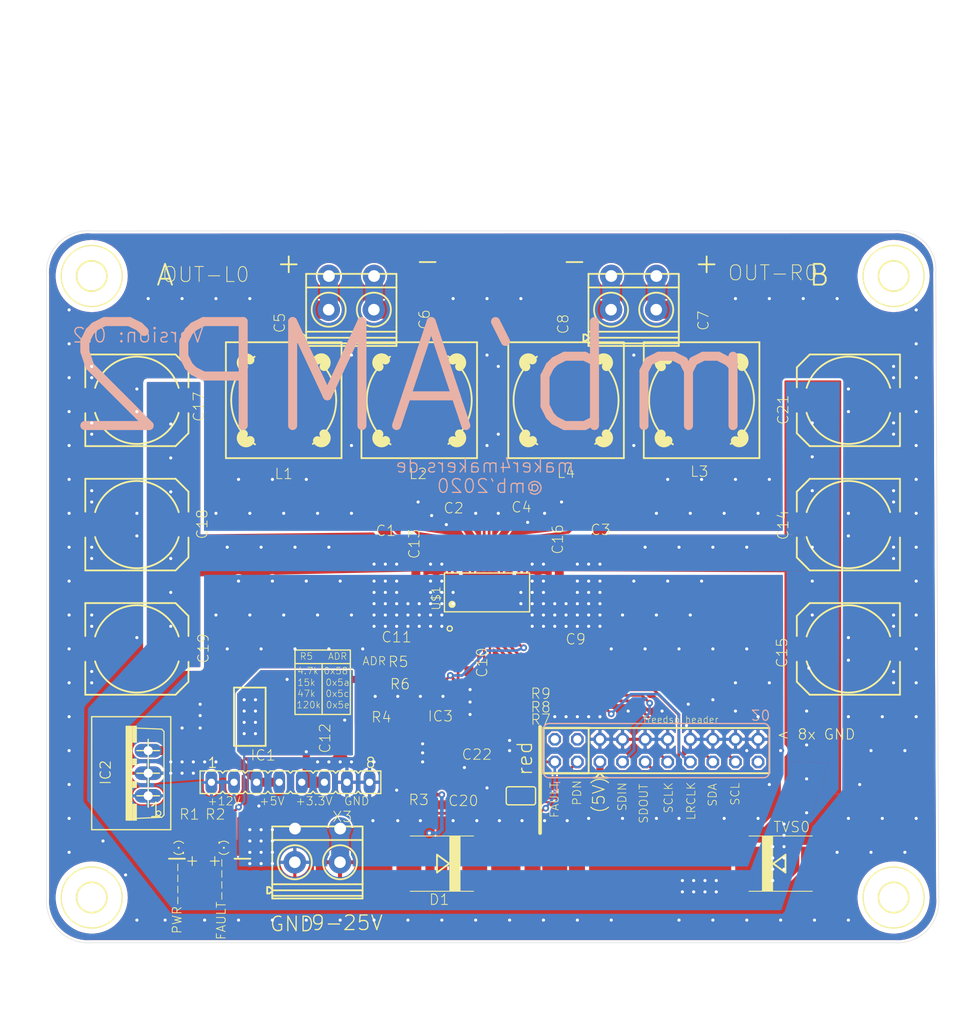
<source format=kicad_pcb>
(kicad_pcb (version 20240108) (generator "pcbnew") (generator_version "8.0")
  (layers (0 "F.Cu" signal) (31 "B.Cu" signal) (34 "B.Paste" user) (35 "F.Paste" user) (36 "B.SilkS" user "B.Silkscreen") (37 "F.SilkS" user "F.Silkscreen") (38 "B.Mask" user) (39 "F.Mask" user) (44 "Edge.Cuts" user))
  (net 0 "")
  (net 1 "+12V")
  (net 2 "+3V3")
  (net 3 "N$2")
  (net 4 "N$3")
  (net 5 "N$4")
  (net 6 "N$5")
  (net 7 "N$6")
  (net 8 "N$7")
  (net 9 "N$8")
  (net 10 "N$9")
  (net 11 "N$1")
  (net 12 "N$10")
  (net 13 "N$11")
  (net 14 "N$12")
  (net 15 "PDN")
  (net 16 "ADR/FAULT")
  (net 17 "GND")
  (net 18 "SDA")
  (net 19 "SCL")
  (net 20 "N$15")
  (net 21 "N$16")
  (net 22 "SDOUT")
  (net 23 "LRCLK")
  (net 24 "SCLK")
  (net 25 "SDIN")
  (net 26 "+5V")
  (net 27 "N$13")
  (net 28 "VIN")
  (net 29 "N$14")
  (net 30 "N$17")
  (net 31 "VIN2")
  (net 32 "N$18")
  (net 33 "RESIN")
  (net 34 "N$19")
  (net 35 "N$20")
  (net 36 "N$21")
  (net 37 "N$22")
  (net 38 "N$23")
  (net 39 "N$24")
  (footprint "AMP2:150CLZ-1010_334" (layer "F.Cu") (at 188.5061 84.04802 180)
    (property "Reference" "C21")
    (property "Value" "220u" (hide yes))
  )
  (footprint "AMP2:SMC_210" (layer "F.Cu") (at 142.7861 136.11802 180)
    (property "Reference" "D1")
    (property "Value" "")
  )
  (footprint "AMP2:DR125_243" (layer "F.Cu") (at 125.0061 84.04802 90)
    (property "Reference" "L1")
    (property "Value" "10uH" (hide yes))
  )
  (footprint "AMP2:SMC_210" (layer "F.Cu") (at 180.8861 136.11802)
    (property "Reference" "TVS0")
    (property "Value" "26Vbi")
  )
  (footprint "AMP2:TO220V_262" (layer "F.Cu") (at 107.2261 125.95802 90)
    (property "Reference" "IC2")
    (property "Value" "R-78E-0.5")
  )
  (footprint "AMP2:MKDSN1,5_2-5,08" (layer "F.Cu") (at 164.3761 73.88802)
    (property "Reference" "OUT-R0")
    (property "Value" "MKDSN1,5/2-5,08" (hide yes))
  )
  (footprint "AMP2:DR125_243" (layer "F.Cu") (at 140.2461 84.04802 90)
    (property "Reference" "L2")
    (property "Value" "10uH" (hide yes))
  )
  (footprint "AMP2:C0603_334" (layer "F.Cu") (at 145.8341 113.63902 90)
    (property "Reference" "C10")
    (property "Value" "1u" (hide yes))
  )
  (footprint "AMP2:C1206_334" (layer "F.Cu") (at 175.8061 75.15802)
    (property "Reference" "C7")
    (property "Value" "680n" (hide yes))
  )
  (footprint "AMP2:C1206_334" (layer "F.Cu") (at 152.9461 75.15802 180)
    (property "Reference" "C8")
    (property "Value" "680n" (hide yes))
  )
  (footprint "AMP2:C1206_334" (layer "F.Cu") (at 121.0691 75.15802 180)
    (property "Reference" "C5")
    (property "Value" "680n" (hide yes))
  )
  (footprint "AMP2:R0603_334" (layer "F.Cu") (at 141.5161 115.41702 180)
    (property "Reference" "R6" (hide yes))
    (property "Value" "10k" (hide yes))
  )
  (footprint "AMP2:R0603_334" (layer "F.Cu") (at 114.0841 131.92702 180)
    (property "Reference" "R1")
    (property "Value" "2.2k" (hide yes))
  )
  (footprint "AMP2:SO08_262" (layer "F.Cu") (at 140.2461 123.41802 90)
    (property "Reference" "IC3")
    (property "Value" "TL77005ACD" (hide yes))
  )
  (footprint "AMP2:C0603_334" (layer "F.Cu") (at 155.9941 103.98702 90)
    (property "Reference" "C16")
    (property "Value" ".1u")
  )
  (footprint "AMP2:C1206_334" (layer "F.Cu") (at 160.5661 96.74802)
    (property "Reference" "C3")
    (property "Value" "220n" (hide yes))
  )
  (footprint "AMP2:3,2_237" (layer "F.Cu") (at 193.5861 139.92802)
    (property "Reference" "H2" (hide yes))
    (property "Value" "MOUNT-HOLE3.2" (hide yes))
  )
  (footprint "AMP2:R0603_334" (layer "F.Cu") (at 141.5161 113.25802 180)
    (property "Reference" "R5")
    (property "Value" "4.7k" (hide yes))
  )
  (footprint "AMP2:C0603_334" (layer "F.Cu") (at 154.2161 110.71802 180)
    (property "Reference" "C9")
    (property "Value" "1u" (hide yes))
  )
  (footprint "AMP2:C0603_334" (layer "F.Cu") (at 141.5161 110.71802)
    (property "Reference" "C11")
    (property "Value" ".1u" (hide yes))
  )
  (footprint "AMP2:R0603_334" (layer "F.Cu") (at 151.0411 116.56002)
    (property "Reference" "R9")
    (property "Value" "47" (hide yes))
  )
  (footprint "AMP2:C1210_334" (layer "F.Cu") (at 132.7531 122.14802 180)
    (property "Reference" "C12")
    (property "Value" "10u" (hide yes))
  )
  (footprint "AMP2:C1206_334" (layer "F.Cu") (at 144.0561 94.20802 180)
    (property "Reference" "C2")
    (property "Value" "220n" (hide yes))
  )
  (footprint "AMP2:3,2_237" (layer "F.Cu") (at 103.4161 70.07802)
    (property "Reference" "H3" (hide yes))
    (property "Value" "MOUNT-HOLE3.2" (hide yes))
  )
  (footprint "AMP2:150CLZ-1010_334" (layer "F.Cu") (at 108.4961 84.04802)
    (property "Reference" "C17")
    (property "Value" "220u" (hide yes))
  )
  (footprint "AMP2:C1206_334" (layer "F.Cu") (at 136.4361 96.74802 180)
    (property "Reference" "C1")
    (property "Value" "220n" (hide yes))
  )
  (footprint "AMP2:SJ_252" (layer "F.Cu") (at 151.6761 128.49802)
    (property "Reference" "SJ2" (hide yes))
    (property "Value" "")
  )
  (footprint "AMP2:R0603_334" (layer "F.Cu") (at 140.2461 127.22802)
    (property "Reference" "R3")
    (property "Value" "10k" (hide yes))
  )
  (footprint "AMP2:150CLZ-1010_334" (layer "F.Cu") (at 188.5061 111.98802 180)
    (property "Reference" "C15")
    (property "Value" "220u" (hide yes))
  )
  (footprint "AMP2:MKDSN1,5_2-5,08" (layer "F.Cu") (at 132.6261 73.88802)
    (property "Reference" "OUT-L0")
    (property "Value" "MKDSN1,5/2-5,08" (hide yes))
  )
  (footprint "AMP2:DR125_243" (layer "F.Cu") (at 171.9961 84.04802 90)
    (property "Reference" "L3")
    (property "Value" "10uH" (hide yes))
  )
  (footprint "AMP2:C0603_334" (layer "F.Cu") (at 145.3261 127.22802 180)
    (property "Reference" "C20")
    (property "Value" ".1u" (hide yes))
  )
  (footprint "AMP2:1206_259" (layer "F.Cu") (at 113.1951 134.34002)
    (property "Reference" "PWR----")
    (property "Value" "")
  )
  (footprint "AMP2:FE08_161" (layer "F.Cu") (at 125.7681 126.97402)
    (property "Reference" "SV3" (hide yes))
    (property "Value" "")
  )
  (footprint "AMP2:C1206_334" (layer "F.Cu") (at 151.6761 94.20802)
    (property "Reference" "C4")
    (property "Value" "220n" (hide yes))
  )
  (footprint "AMP2:R0603_334" (layer "F.Cu") (at 151.0411 120.62402)
    (property "Reference" "R7")
    (property "Value" "47" (hide yes))
  )
  (footprint "AMP2:R0603_334" (layer "F.Cu") (at 151.0411 118.59202)
    (property "Reference" "R8")
    (property "Value" "47" (hide yes))
  )
  (footprint "AMP2:3,2_237" (layer "F.Cu") (at 193.5861 70.07802)
    (property "Reference" "H4" (hide yes))
    (property "Value" "MOUNT-HOLE3.2" (hide yes))
  )
  (footprint "AMP2:R0603_334" (layer "F.Cu") (at 117.8941 131.92702 180)
    (property "Reference" "R2")
    (property "Value" "2.2k" (hide yes))
  )
  (footprint "AMP2:C1206_334" (layer "F.Cu") (at 144.3101 75.15802)
    (property "Reference" "C6")
    (property "Value" "680n" (hide yes))
  )
  (footprint "AMP2:TSSOP28" (layer "F.Cu") (at 147.8661 105.63802)
    (property "Reference" "U$1")
    (property "Value" "TAS5805M")
  )
  (footprint "AMP2:C0603_334" (layer "F.Cu") (at 146.9771 122.02102 180)
    (property "Reference" "C22")
    (property "Value" ".1u" (hide yes))
  )
  (footprint "AMP2:MKDSN1,5_2-5,08" (layer "F.Cu") (at 128.8161 135.99102)
    (property "Reference" "X3")
    (property "Value" "MKDSN1,5/2-5,08" (hide yes))
  )
  (footprint "AMP2:SOT223_409" (layer "F.Cu") (at 121.1961 119.60802 -90)
    (property "Reference" "IC1")
    (property "Value" "LD117AS33TR" (hide yes))
  )
  (footprint "AMP2:3,2_237" (layer "F.Cu") (at 103.4161 139.92802)
    (property "Reference" "H1" (hide yes))
    (property "Value" "MOUNT-HOLE3.2" (hide yes))
  )
  (footprint "AMP2:DR125_243" (layer "F.Cu") (at 156.7561 84.04802 90)
    (property "Reference" "L4")
    (property "Value" "10uH" (hide yes))
  )
  (footprint "AMP2:150CLZ-1010_334" (layer "F.Cu") (at 188.5061 98.01802 180)
    (property "Reference" "C14")
    (property "Value" "220u" (hide yes))
  )
  (footprint "AMP2:150CLZ-1010_334" (layer "F.Cu") (at 108.4961 98.01802)
    (property "Reference" "C18")
    (property "Value" "220u" (hide yes))
  )
  (footprint "AMP2:1206_259" (layer "F.Cu") (at 118.2751 134.34002 180)
    (property "Reference" "FAULT----")
    (property "Value" "")
  )
  (footprint "AMP2:L5650M_334" (layer "F.Cu") (at 155.4861 136.11802)
    (property "Reference" "L6" (hide yes))
    (property "Value" "Fuse")
  )
  (footprint "AMP2:R0603_334" (layer "F.Cu") (at 138.9761 119.60802 180)
    (property "Reference" "R4")
    (property "Value" "10k" (hide yes))
  )
  (footprint "AMP2:C0603_334" (layer "F.Cu") (at 139.8651 103.98702 90)
    (property "Reference" "C13")
    (property "Value" ".1u")
  )
  (footprint "AMP2:150CLZ-1010_334" (layer "F.Cu") (at 108.4961 111.98802)
    (property "Reference" "C19")
    (property "Value" "220u" (hide yes))
  )
  (footprint "AMP2:FE10-2_161" (layer "B.Cu") (at 166.9161 123.41802)
    (property "Reference" "SV4" (hide yes))
    (property "Value" "")
  )
  (gr_line (start 160.0581 126.46602) (end 159.8041 126.46602) (stroke (width 0.2032)) (layer "F.SilkS"))
  (gr_line (start 103.4161 132.30802) (end 112.3061 132.30802) (stroke (width 0.1524)) (layer "F.SilkS"))
  (gr_line (start 161.0741 126.46602) (end 161.4551 126.46602) (stroke (width 0.2032)) (layer "F.SilkS"))
  (gr_line (start 108.4961 128.49802) (end 111.0361 128.49802) (stroke (width 0.1524)) (layer "F.SilkS"))
  (gr_line (start 109.7661 122.14802) (end 109.7661 129.76802) (stroke (width 0.1524)) (layer "F.SilkS"))
  (gr_circle (center 143.6751 109.70202) (end 143.959078 109.70202) (stroke (width 0.1524)) (fill none) (layer "F.SilkS"))
  (gr_line (start 112.3061 132.30802) (end 112.3061 119.60802) (stroke (width 0.1524)) (layer "F.SilkS"))
  (gr_line (start 129.3241 119.35402) (end 132.4991 119.35402) (stroke (width 0.1524)) (layer "F.SilkS"))
  (gr_line (start 154.2161 120.87802) (end 154.2161 125.95802) (stroke (width 0.254)) (layer "F.SilkS"))
  (gr_line (start 160.5661 125.95802) (end 160.0581 126.46602) (stroke (width 0.2032)) (layer "F.SilkS"))
  (gr_line (start 179.6161 125.95802) (end 179.6161 120.87802) (stroke (width 0.2032)) (layer "F.SilkS"))
  (gr_line (start 126.2761 113.63902) (end 126.2761 112.11502) (stroke (width 0.1524)) (layer "F.SilkS"))
  (gr_line (start 132.4991 113.63902) (end 129.3241 113.63902) (stroke (width 0.1524)) (layer "F.SilkS"))
  (gr_line (start 129.3241 113.63902) (end 129.3241 119.35402) (stroke (width 0.1524)) (layer "F.SilkS"))
  (gr_line (start 179.6161 120.87802) (end 159.2961 120.87802) (stroke (width 0.2032)) (layer "F.SilkS"))
  (gr_line (start 160.5661 125.95802) (end 161.0741 126.46602) (stroke (width 0.2032)) (layer "F.SilkS"))
  (gr_line (start 126.2761 113.63902) (end 126.2761 119.35402) (stroke (width 0.1524)) (layer "F.SilkS"))
  (gr_line (start 108.4961 123.41802) (end 111.0361 123.41802) (stroke (width 0.1524)) (layer "F.SilkS"))
  (gr_line (start 159.2961 120.87802) (end 154.2161 120.87802) (stroke (width 0.254)) (layer "F.SilkS"))
  (gr_line (start 160.5661 125.95802) (end 179.6161 125.95802) (stroke (width 0.2032)) (layer "F.SilkS"))
  (gr_line (start 159.2961 120.87802) (end 159.2961 125.95802) (stroke (width 0.2032)) (layer "F.SilkS"))
  (gr_line (start 112.3061 119.60802) (end 103.4161 119.60802) (stroke (width 0.1524)) (layer "F.SilkS"))
  (gr_line (start 154.2161 125.95802) (end 159.2961 125.95802) (stroke (width 0.254)) (layer "F.SilkS"))
  (gr_line (start 126.2761 112.11502) (end 132.4991 112.11502) (stroke (width 0.1524)) (layer "F.SilkS"))
  (gr_line (start 126.2761 113.63902) (end 129.3241 113.63902) (stroke (width 0.1524)) (layer "F.SilkS"))
  (gr_line (start 126.2761 119.35402) (end 129.3241 119.35402) (stroke (width 0.1524)) (layer "F.SilkS"))
  (gr_line (start 160.0581 126.46602) (end 161.3281 126.46602) (stroke (width 0.2032)) (layer "F.SilkS"))
  (gr_line (start 132.4991 119.35402) (end 132.4991 113.63902) (stroke (width 0.1524)) (layer "F.SilkS"))
  (gr_line (start 153.8351 120.75102) (end 153.8351 132.68902) (stroke (width 0.4064)) (layer "F.SilkS"))
  (gr_line (start 108.4961 125.95802) (end 111.0361 125.95802) (stroke (width 0.1524)) (layer "F.SilkS"))
  (gr_line (start 159.2961 125.95802) (end 160.5661 125.95802) (stroke (width 0.2032)) (layer "F.SilkS"))
  (gr_line (start 132.4991 112.11502) (end 132.4991 113.63902) (stroke (width 0.1524)) (layer "F.SilkS"))
  (gr_line (start 103.4161 119.60802) (end 103.4161 132.30802) (stroke (width 0.1524)) (layer "F.SilkS"))
  (gr_arc (start 198.666099 139.928019) (mid 197.310521 143.652441) (end 193.5861 145.00802) (stroke (width 0.05)) (layer "Edge.Cuts"))
  (gr_line (start 193.5861 64.99802) (end 103.4161 65.00802) (stroke (width 0.05)) (layer "Edge.Cuts"))
  (gr_line (start 98.3361 70.07802) (end 98.3361 139.92802) (stroke (width 0.05)) (layer "Edge.Cuts"))
  (gr_line (start 198.6661 139.92802) (end 198.3361 69.74802) (stroke (width 0.05)) (layer "Edge.Cuts"))
  (gr_arc (start 193.586099 64.99802) (mid 197.06858 66.265539) (end 198.3361 69.74802) (stroke (width 0.05)) (layer "Edge.Cuts"))
  (gr_arc (start 103.4161 145.00802) (mid 99.691679 143.652441) (end 98.3361 139.92802) (stroke (width 0.05)) (layer "Edge.Cuts"))
  (gr_arc (start 98.336098 70.078021) (mid 99.694009 66.358598) (end 103.4161 65.00802) (stroke (width 0.05)) (layer "Edge.Cuts"))
  (gr_line (start 103.4161 145.00802) (end 193.5861 145.00802) (stroke (width 0.05)) (layer "Edge.Cuts"))
  (gr_text "mb'AMP2" (at 178.9811 88.36602 0) (layer "B.SilkS") (effects (font (size 11.684 11.684) (thickness 1.016)) (justify left bottom mirror)))
  (gr_text "maker4makers.de" (at 157.7721 92.30302 0) (layer "B.SilkS") (effects (font (size 1.542288 1.542288) (thickness 0.134112)) (justify left bottom mirror)))
  (gr_text "@mb'2020" (at 154.3431 94.58902 0) (layer "B.SilkS") (effects (font (size 1.542288 1.542288) (thickness 0.134112)) (justify left bottom mirror)))
  (gr_text "Version: 0.2" (at 116.1161 77.69802 0) (layer "B.SilkS") (effects (font (size 1.63576 1.63576) (thickness 0.14224)) (justify left bottom mirror)))
  (gr_text "LRCLK" (at 171.3611 131.29202 90) (layer "F.SilkS") (effects (font (size 0.93472 0.93472) (thickness 0.08128)) (justify left bottom)))
  (gr_text "A" (at 110.5281 71.34802 0) (layer "F.SilkS") (effects (font (size 2.3368 2.3368) (thickness 0.2032)) (justify left bottom)))
  (gr_text "+" (at 116.3701 136.49902 0) (layer "F.SilkS") (effects (font (size 1.308608 1.308608) (thickness 0.113792)) (justify left bottom)))
  (gr_text "freedsp header" (at 165.3921 120.37002 0) (layer "F.SilkS") (effects (font (size 0.747776 0.747776) (thickness 0.065024)) (justify left bottom)))
  (gr_text "+" (at 123.9901 69.95102 0) (layer "F.SilkS") (effects (font (size 2.3368 2.3368) (thickness 0.2032)) (justify left bottom)))
  (gr_text "+3.3V" (at 126.2761 129.64102 0) (layer "F.SilkS") (effects (font (size 0.93472 0.93472) (thickness 0.08128)) (justify left bottom)))
  (gr_text "GND" (at 123.350359 143.865122 0) (layer "F.SilkS") (effects (font (size 1.63576 1.63576) (thickness 0.14224)) (justify left bottom)))
  (gr_text "120k 0x5e" (at 126.4 118.71902 0) (layer "F.SilkS") (effects (font (size 0.747776 0.747776) (thickness 0.065024)) (justify left bottom)))
  (gr_text "1" (at 109.7661 131.03802 0) (layer "F.SilkS") (effects (font (size 1.63576 1.63576) (thickness 0.14224)) (justify left bottom)))
  (gr_text "-" (at 111.4171 136.75302 0) (layer "F.SilkS") (effects (font (size 2.3368 2.3368) (thickness 0.2032)) (justify left bottom)))
  (gr_text "GND" (at 131.7371 129.64102 0) (layer "F.SilkS") (effects (font (size 0.93472 0.93472) (thickness 0.08128)) (justify left bottom)))
  (gr_text "+" (at 170.9801 69.95102 0) (layer "F.SilkS") (effects (font (size 2.3368 2.3368) (thickness 0.2032)) (justify left bottom)))
  (gr_text "SDIN" (at 163.6141 130.27602 90) (layer "F.SilkS") (effects (font (size 0.93472 0.93472) (thickness 0.08128)) (justify left bottom)))
  (gr_text "B" (at 183.9341 71.34802 0) (layer "F.SilkS") (effects (font (size 2.3368 2.3368) (thickness 0.2032)) (justify left bottom)))
  (gr_text "R5   ADR" (at 126.7841 113.25802 0) (layer "F.SilkS") (effects (font (size 0.747776 0.747776) (thickness 0.065024)) (justify left bottom)))
  (gr_text "SDOUT" (at 166.0271 131.67302 90) (layer "F.SilkS") (effects (font (size 0.93472 0.93472) (thickness 0.08128)) (justify left bottom)))
  (gr_text "PDN" (at 158.5341 129.64102 90) (layer "F.SilkS") (effects (font (size 0.93472 0.93472) (thickness 0.08128)) (justify left bottom)))
  (gr_text "R6" (at 136.877818 116.632664 0) (layer "F.SilkS") (effects (font (size 1.1684 1.1684) (thickness 0.1016)) (justify left bottom)))
  (gr_text "+12V" (at 116.3701 129.64102 0) (layer "F.SilkS") (effects (font (size 0.93472 0.93472) (thickness 0.08128)) (justify left bottom)))
  (gr_text "-" (at 118.7831 136.75302 0) (layer "F.SilkS") (effects (font (size 2.3368 2.3368) (thickness 0.2032)) (justify left bottom)))
  (gr_text "+" (at 113.8301 136.49902 0) (layer "F.SilkS") (effects (font (size 1.308608 1.308608) (thickness 0.113792)) (justify left bottom)))
  (gr_text "ADR" (at 133.8 113.9 0) (layer "F.SilkS") (effects (font (size 0.93472 0.93472) (thickness 0.08128)) (justify left bottom)))
  (gr_text "(5V)" (at 161.2011 130.53002 90) (layer "F.SilkS") (effects (font (size 1.308608 1.308608) (thickness 0.113792)) (justify left bottom)))
  (gr_text "FAULT" (at 155.9941 131.03802 90) (layer "F.SilkS") (effects (font (size 0.93472 0.93472) (thickness 0.08128)) (justify left bottom)))
  (gr_text "47k  0x5c" (at 126.5 117.44902 0) (layer "F.SilkS") (effects (font (size 0.747776 0.747776) (thickness 0.065024)) (justify left bottom)))
  (gr_text "-" (at 139.6111 69.69702 0) (layer "F.SilkS") (effects (font (size 2.3368 2.3368) (thickness 0.2032)) (justify left bottom)))
  (gr_text "SDA" (at 173.7741 129.76802 90) (layer "F.SilkS") (effects (font (size 0.93472 0.93472) (thickness 0.08128)) (justify left bottom)))
  (gr_text "SCLK" (at 168.8211 130.53002 90) (layer "F.SilkS") (effects (font (size 0.93472 0.93472) (thickness 0.08128)) (justify left bottom)))
  (gr_text "red" (at 153.0731 126.33902 90) (layer "F.SilkS") (effects (font (size 1.63576 1.63576) (thickness 0.14224)) (justify left bottom)))
  (gr_text "4.7k 0x58" (at 126.5 114.9 0) (layer "F.SilkS") (effects (font (size 0.747776 0.747776) (thickness 0.065024)) (justify left bottom)))
  (gr_text "15k  0x5a" (at 126.5 116.2 0) (layer "F.SilkS") (effects (font (size 0.747776 0.747776) (thickness 0.065024)) (justify left bottom)))
  (gr_text "9-25V" (at 127.981624 143.738122 0) (layer "F.SilkS") (effects (font (size 1.63576 1.63576) (thickness 0.14224)) (justify left bottom)))
  (gr_text "< 8x GND" (at 180.3781 122.27502 0) (layer "F.SilkS") (effects (font (size 1.1684 1.1684) (thickness 0.1016)) (justify left bottom)))
  (gr_text "SCL" (at 176.3141 129.64102 90) (layer "F.SilkS") (effects (font (size 0.93472 0.93472) (thickness 0.08128)) (justify left bottom)))
  (gr_text "+5V" (at 122.2121 129.64102 0) (layer "F.SilkS") (effects (font (size 0.93472 0.93472) (thickness 0.08128)) (justify left bottom)))
  (gr_text "-" (at 156.1211 69.69702 0) (layer "F.SilkS") (effects (font (size 2.3368 2.3368) (thickness 0.2032)) (justify left bottom)))
  (segment (start 155.8036 102.46302) (end 155.4861 102.14552) (width 0.3048) (layer "F.Cu") (net 1))
  (segment (start 155.8036 102.46302) (end 155.9941 103.13702) (width 0.3048) (layer "F.Cu") (net 1))
  (segment (start 140.2461 102.14552) (end 139.8651 103.13702) (width 0.3048) (layer "F.Cu") (net 1))
  (segment (start 139.9286 102.46302) (end 139.8651 103.13702) (width 0.3048) (layer "F.Cu") (net 1))
  (segment (start 139.9286 102.46302) (end 140.2461 102.14552) (width 0.3048) (layer "F.Cu") (net 1))
  (segment (start 155.4861 102.14552) (end 155.9941 103.13702) (width 0.3048) (layer "F.Cu") (net 1))
  (via (at 169.8371 139.29302) (size 0.7564) (drill 0.35) (layers "F.Cu" "B.Cu") (net 1))
  (via (at 179.9971 136.75302) (size 0.7564) (drill 0.35) (layers "F.Cu" "B.Cu") (net 1))
  (via (at 169.8371 138.02302) (size 0.7564) (drill 0.35) (layers "F.Cu" "B.Cu") (net 1))
  (via (at 135.1661 102.46302) (size 0.7564) (drill 0.35) (layers "F.Cu" "B.Cu") (net 1))
  (via (at 173.6471 139.29302) (size 0.7564) (drill 0.35) (layers "F.Cu" "B.Cu") (net 1))
  (via (at 169.4561 100.55802) (size 0.7564) (drill 0.35) (layers "F.Cu" "B.Cu") (net 1))
  (via (at 172.3771 138.02302) (size 0.7564) (drill 0.35) (layers "F.Cu" "B.Cu") (net 1))
  (via (at 112.3061 86.71502) (size 0.7564) (drill 0.35) (layers "F.Cu" "B.Cu") (net 1))
  (via (at 112.3061 90.52502) (size 0.7564) (drill 0.35) (layers "F.Cu" "B.Cu") (net 1))
  (via (at 172.3771 139.29302) (size 0.7564) (drill 0.35) (layers "F.Cu" "B.Cu") (net 1))
  (via (at 184.4421 108.17802) (size 0.7564) (drill 0.35) (layers "F.Cu" "B.Cu") (net 1))
  (via (at 184.4421 94.20802) (size 0.7564) (drill 0.35) (layers "F.Cu" "B.Cu") (net 1))
  (via (at 181.2671 131.67302) (size 0.7564) (drill 0.35) (layers "F.Cu" "B.Cu") (net 1))
  (via (at 122.4661 100.55802) (size 0.7564) (drill 0.35) (layers "F.Cu" "B.Cu") (net 1))
  (via (at 165.6461 100.55802) (size 0.7564) (drill 0.35) (layers "F.Cu" "B.Cu") (net 1))
  (via (at 184.0611 114.14702) (size 0.7564) (drill 0.35) (layers "F.Cu" "B.Cu") (net 1))
  (via (at 171.1071 139.29302) (size 0.7564) (drill 0.35) (layers "F.Cu" "B.Cu") (net 1))
  (via (at 159.2961 102.46302) (size 0.7564) (drill 0.35) (layers "F.Cu" "B.Cu") (net 1))
  (via (at 142.7861 102.46302) (size 0.7564) (drill 0.35) (layers "F.Cu" "B.Cu") (net 1))
  (via (at 181.2671 136.75302) (size 0.7564) (drill 0.35) (layers "F.Cu" "B.Cu") (net 1))
  (via (at 179.9971 135.48302) (size 0.7564) (drill 0.35) (layers "F.Cu" "B.Cu") (net 1))
  (via (at 181.2671 135.48302) (size 0.7564) (drill 0.35) (layers "F.Cu" "B.Cu") (net 1))
  (via (at 112.3061 94.33502) (size 0.7564) (drill 0.35) (layers "F.Cu" "B.Cu") (net 1))
  (via (at 181.2671 134.21302) (size 0.7564) (drill 0.35) (layers "F.Cu" "B.Cu") (net 1))
  (via (at 173.6471 138.02302) (size 0.7564) (drill 0.35) (layers "F.Cu" "B.Cu") (net 1))
  (via (at 160.5661 102.46302) (size 0.7564) (drill 0.35) (layers "F.Cu" "B.Cu") (net 1))
  (via (at 171.1071 138.02302) (size 0.7564) (drill 0.35) (layers "F.Cu" "B.Cu") (net 1))
  (via (at 183.8071 126.59302) (size 0.7564) (drill 0.35) (layers "F.Cu" "B.Cu") (net 1))
  (via (at 184.4421 104.36802) (size 0.7564) (drill 0.35) (layers "F.Cu" "B.Cu") (net 1))
  (via (at 112.3061 101.82802) (size 0.7564) (drill 0.35) (layers "F.Cu" "B.Cu") (net 1))
  (via (at 184.4421 90.39802) (size 0.7564) (drill 0.35) (layers "F.Cu" "B.Cu") (net 1))
  (via (at 181.2671 132.94302) (size 0.7564) (drill 0.35) (layers "F.Cu" "B.Cu") (net 1))
  (via (at 137.7061 102.46302) (size 0.7564) (drill 0.35) (layers "F.Cu" "B.Cu") (net 1))
  (via (at 118.6561 100.55802) (size 0.7564) (drill 0.35) (layers "F.Cu" "B.Cu") (net 1))
  (via (at 130.0861 100.55802) (size 0.7564) (drill 0.35) (layers "F.Cu" "B.Cu") (net 1))
  (via (at 179.9971 138.02302) (size 0.7564) (drill 0.35) (layers "F.Cu" "B.Cu") (net 1))
  (via (at 177.0761 100.55802) (size 0.7564) (drill 0.35) (layers "F.Cu" "B.Cu") (net 1))
  (via (at 158.0261 102.46302) (size 0.7564) (drill 0.35) (layers "F.Cu" "B.Cu") (net 1))
  (via (at 184.4421 86.58802) (size 0.7564) (drill 0.35) (layers "F.Cu" "B.Cu") (net 1))
  (via (at 183.8071 122.78302) (size 0.7564) (drill 0.35) (layers "F.Cu" "B.Cu") (net 1))
  (via (at 112.3061 105.63802) (size 0.7564) (drill 0.35) (layers "F.Cu" "B.Cu") (net 1))
  (via (at 154.2161 102.46302) (size 0.7564) (drill 0.35) (layers "F.Cu" "B.Cu") (net 1))
  (via (at 173.2661 100.55802) (size 0.7564) (drill 0.35) (layers "F.Cu" "B.Cu") (net 1))
  (via (at 152.9461 102.46302) (size 0.7564) (drill 0.35) (layers "F.Cu" "B.Cu") (net 1))
  (via (at 183.8071 130.40302) (size 0.7564) (drill 0.35) (layers "F.Cu" "B.Cu") (net 1))
  (via (at 179.9971 134.21302) (size 0.7564) (drill 0.35) (layers "F.Cu" "B.Cu") (net 1))
  (via (at 141.5161 102.46302) (size 0.7564) (drill 0.35) (layers "F.Cu" "B.Cu") (net 1))
  (via (at 136.4361 102.46302) (size 0.7564) (drill 0.35) (layers "F.Cu" "B.Cu") (net 1))
  (via (at 112.3061 109.44802) (size 0.7564) (drill 0.35) (layers "F.Cu" "B.Cu") (net 1))
  (via (at 184.4421 100.55802) (size 0.7564) (drill 0.35) (layers "F.Cu" "B.Cu") (net 1))
  (via (at 126.2761 100.55802) (size 0.7564) (drill 0.35) (layers "F.Cu" "B.Cu") (net 1))
  (via (at 183.8071 118.97302) (size 0.7564) (drill 0.35) (layers "F.Cu" "B.Cu") (net 1))
  (segment (start 112.5601 111.73402) (end 112.3061 111.98802) (width 2.54) (layer "B.Cu") (net 1))
  (segment (start 119.0371 130.65702) (end 118.1871 130.65702) (width 0.3048) (layer "F.Cu") (net 2))
  (segment (start 117.0441 131.92702) (end 117.0441 131.80002) (width 0.3048) (layer "F.Cu") (net 2))
  (segment (start 118.1871 130.65702) (end 117.0441 131.80002) (width 0.3048) (layer "F.Cu") (net 2))
  (segment (start 125.3871 115.41702) (end 140.6661 115.41702) (width 0.8128) (layer "F.Cu") (net 2))
  (segment (start 142.3661 110.71802) (end 144.2225 110.71802) (width 0.3048) (layer "F.Cu") (net 2))
  (segment (start 142.3661 110.71802) (end 142.3661 111.98802) (width 0.8128) (layer "F.Cu") (net 2))
  (segment (start 116.7901 131.92702) (end 114.6171 134.10002) (width 0.3048) (layer "F.Cu") (net 2))
  (segment (start 140.6661 113.25802) (end 140.6661 111.98802) (width 0.8128) (layer "F.Cu") (net 2))
  (segment (start 116.7901 131.92702) (end 117.0441 131.92702) (width 0.3048) (layer "F.Cu") (net 2))
  (segment (start 144.2225 108.79412) (end 144.2911 108.72552) (width 0.3048) (layer "F.Cu") (net 2))
  (segment (start 144.2225 110.71802) (end 144.2225 108.79412) (width 0.3048) (layer "F.Cu") (net 2))
  (segment (start 114.6171 134.34002) (end 114.6171 134.10002) (width 0.3048) (layer "F.Cu") (net 2))
  (segment (start 119.9261 129.76802) (end 119.0371 130.65702) (width 0.3048) (layer "F.Cu") (net 2))
  (segment (start 127.5461 126.46602) (end 127.5461 123.54502) (width 0.8128) (layer "F.Cu") (net 2))
  (segment (start 127.0381 126.97402) (end 127.5461 126.46602) (width 1.016) (layer "F.Cu") (net 2))
  (segment (start 142.3661 111.98802) (end 140.6661 111.98802) (width 0.8128) (layer "F.Cu") (net 2))
  (segment (start 127.0381 126.97402) (end 129.5781 126.97402) (width 1.27) (layer "F.Cu") (net 2))
  (segment (start 140.6661 113.25802) (end 140.6661 115.41702) (width 0.8128) (layer "F.Cu") (net 2))
  (via (at 121.8311 121.51302) (size 0.7564) (drill 0.35) (layers "F.Cu" "B.Cu") (net 2))
  (via (at 120.5611 118.97302) (size 0.7564) (drill 0.35) (layers "F.Cu" "B.Cu") (net 2))
  (via (at 127.5461 123.54502) (size 0.7564) (drill 0.35) (layers "F.Cu" "B.Cu") (net 2))
  (via (at 131.8641 119.98902) (size 0.7564) (drill 0.35) (layers "F.Cu" "B.Cu") (net 2))
  (via (at 119.9261 129.76802) (size 0.7564) (drill 0.35) (layers "F.Cu" "B.Cu") (net 2))
  (via (at 121.8311 117.70302) (size 0.7564) (drill 0.35) (layers "F.Cu" "B.Cu") (net 2))
  (via (at 121.8311 118.97302) (size 0.7564) (drill 0.35) (layers "F.Cu" "B.Cu") (net 2))
  (via (at 120.5611 120.24302) (size 0.7564) (drill 0.35) (layers "F.Cu" "B.Cu") (net 2))
  (via (at 120.5611 117.70302) (size 0.7564) (drill 0.35) (layers "F.Cu" "B.Cu") (net 2))
  (via (at 120.5611 121.51302) (size 0.7564) (drill 0.35) (layers "F.Cu" "B.Cu") (net 2))
  (via (at 121.8311 120.24302) (size 0.7564) (drill 0.35) (layers "F.Cu" "B.Cu") (net 2))
  (via (at 125.3871 115.41702) (size 0.7564) (drill 0.35) (layers "F.Cu" "B.Cu") (net 2))
  (segment (start 120.5611 129.13302) (end 120.5611 121.51302) (width 0.254) (layer "B.Cu") (net 2))
  (segment (start 119.9261 129.76802) (end 120.5611 129.13302) (width 0.254) (layer "B.Cu") (net 2))
  (segment (start 125.0061 89.12802) (end 125.0061 89.02302) (width 0.3048) (layer "F.Cu") (net 3))
  (segment (start 144.9233 102.53272) (end 144.9233 101.353139) (width 0.3048) (layer "F.Cu") (net 3))
  (segment (start 143.978112 100.660702) (end 137.042446 99.58603) (width 0.8128) (layer "F.Cu") (net 3))
  (segment (start 135.1661 96.74802) (end 135.0361 96.74802) (width 0.3048) (layer "F.Cu") (net 3))
  (segment (start 135.1661 97.299789) (end 137.042446 99.58603) (width 1.27) (layer "F.Cu") (net 3))
  (segment (start 135.1661 96.74802) (end 135.1661 97.299789) (width 1.27) (layer "F.Cu") (net 3))
  (segment (start 135.1661 96.74802) (end 135.1661 95.47802) (width 2.032) (layer "F.Cu") (net 3))
  (segment (start 144.9233 101.353139) (end 144.132606 100.562445) (width 0.4064) (layer "F.Cu") (net 3))
  (segment (start 144.006231 100.68882) (end 143.978112 100.660702) (width 0.3048) (layer "F.Cu") (net 3))
  (segment (start 135.1661 95.47802) (end 128.8161 89.12802) (width 2.032) (layer "F.Cu") (net 3))
  (segment (start 128.8161 89.12802) (end 125.0061 89.12802) (width 2.032) (layer "F.Cu") (net 3))
  (segment (start 144.006231 100.68882) (end 144.132606 100.562445) (width 0.4064) (layer "F.Cu") (net 3))
  (segment (start 144.9411 102.55052) (end 144.9233 102.53272) (width 0.254) (layer "F.Cu") (net 3))
  (segment (start 146.8501 100.68502) (end 146.909009 102.480874) (width 0.4064) (layer "F.Cu") (net 4))
  (segment (start 142.4686 94.20802) (end 142.6561 94.20802) (width 1.27) (layer "F.Cu") (net 4))
  (segment (start 142.4686 94.20802) (end 142.4686 93.82702) (width 1.016) (layer "F.Cu") (net 4))
  (segment (start 140.2461 89.12802) (end 140.2461 89.02302) (width 0.3048) (layer "F.Cu") (net 4))
  (segment (start 142.4686 93.767489) (end 142.4686 91.35052) (width 2.032) (layer "F.Cu") (net 4))
  (segment (start 146.909009 102.480874) (end 146.8911 102.55052) (width 0.3048) (layer "F.Cu") (net 4))
  (segment (start 142.4686 93.767489) (end 146.4056 99.79602) (width 0.8128) (layer "F.Cu") (net 4))
  (segment (start 146.4056 100.11352) (end 146.8501 100.68502) (width 0.4064) (layer "F.Cu") (net 4))
  (segment (start 142.4686 91.35052) (end 140.2461 89.12802) (width 2.032) (layer "F.Cu") (net 4))
  (segment (start 142.4686 93.82702) (end 142.4686 93.767489) (width 1.27) (layer "F.Cu") (net 4))
  (segment (start 146.4056 99.79602) (end 146.4056 100.11352) (width 0.3048) (layer "F.Cu") (net 4))
  (segment (start 161.8361 96.74802) (end 169.4561 89.12802) (width 2.032) (layer "F.Cu") (net 5))
  (segment (start 171.9961 89.12802) (end 171.9961 89.02302) (width 0.3048) (layer "F.Cu") (net 5))
  (segment (start 161.8361 96.945852) (end 159.994506 99.68698) (width 1.27) (layer "F.Cu") (net 5))
  (segment (start 150.8089 102.53272) (end 150.8089 101.480139) (width 0.3048) (layer "F.Cu") (net 5))
  (segment (start 152.857953 100.57732) (end 152.88775 100.547524) (width 0.3048) (layer "F.Cu") (net 5))
  (segment (start 161.8361 96.74802) (end 161.8361 96.945852) (width 1.27) (layer "F.Cu") (net 5))
  (segment (start 152.88775 100.547524) (end 159.994506 99.68698) (width 0.8128) (layer "F.Cu") (net 5))
  (segment (start 161.8361 96.74802) (end 161.9661 96.74802) (width 0.3048) (layer "F.Cu") (net 5))
  (segment (start 169.4561 89.12802) (end 171.9961 89.12802) (width 1.27) (layer "F.Cu") (net 5))
  (segment (start 150.7911 102.55052) (end 150.8089 102.53272) (width 0.3048) (layer "F.Cu") (net 5))
  (segment (start 150.8089 101.480139) (end 151.711718 100.57732) (width 0.4064) (layer "F.Cu") (net 5))
  (segment (start 152.857953 100.57732) (end 151.711718 100.57732) (width 0.4064) (layer "F.Cu") (net 5))
  (segment (start 153.2636 93.82702) (end 153.2636 93.762542) (width 1.27) (layer "F.Cu") (net 6))
  (segment (start 148.837971 102.538358) (end 148.8411 102.55052) (width 0.3048) (layer "F.Cu") (net 6))
  (segment (start 153.2636 94.20802) (end 153.0761 94.20802) (width 1.27) (layer "F.Cu") (net 6))
  (segment (start 148.8922 99.792655) (end 148.837971 102.538358) (width 0.4064) (layer "F.Cu") (net 6))
  (segment (start 149.31789 99.650758) (end 148.8922 99.792655) (width 0.4064) (layer "F.Cu") (net 6))
  (segment (start 153.2636 93.762542) (end 149.31789 99.650758) (width 0.8128) (layer "F.Cu") (net 6))
  (segment (start 153.2636 92.62052) (end 156.7561 89.12802) (width 2.032) (layer "F.Cu") (net 6))
  (segment (start 153.2636 94.20802) (end 153.2636 93.82702) (width 1.016) (layer "F.Cu") (net 6))
  (segment (start 156.7561 89.12802) (end 156.7561 89.02302) (width 0.3048) (layer "F.Cu") (net 6))
  (segment (start 153.2636 93.762542) (end 153.2636 92.62052) (width 2.032) (layer "F.Cu") (net 6))
  (segment (start 140.069662 98.981583) (end 137.8361 96.74802) (width 0.3048) (layer "F.Cu") (net 7))
  (segment (start 145.5507 102.51012) (end 145.5507 100.991433) (width 0.3048) (layer "F.Cu") (net 7))
  (segment (start 145.5911 102.55052) (end 145.5507 102.51012) (width 0.3048) (layer "F.Cu") (net 7))
  (segment (start 144.177325 99.618058) (end 140.069662 98.981583) (width 0.3048) (layer "F.Cu") (net 7))
  (segment (start 145.5507 100.991433) (end 144.177325 99.618058) (width 0.3048) (layer "F.Cu") (net 7))
  (segment (start 147.5486 102.46302) (end 147.5411 102.55052) (width 0.3048) (layer "F.Cu") (net 8))
  (segment (start 145.4561 94.20802) (end 147.5486 96.30052) (width 0.3048) (layer "F.Cu") (net 8))
  (segment (start 147.5486 96.30052) (end 147.5486 102.46302) (width 0.3048) (layer "F.Cu") (net 8))
  (segment (start 150.1411 101.285833) (end 151.92325 99.503683) (width 0.3048) (layer "F.Cu") (net 9))
  (segment (start 157.02864 98.88548) (end 159.1661 96.74802) (width 0.3048) (layer "F.Cu") (net 9))
  (segment (start 151.92325 99.503683) (end 157.02864 98.88548) (width 0.3048) (layer "F.Cu") (net 9))
  (segment (start 150.1411 102.55052) (end 150.1411 101.285833) (width 0.3048) (layer "F.Cu") (net 9))
  (segment (start 148.125125 101.884808) (end 148.1074 101.867083) (width 0.3048) (layer "F.Cu") (net 10))
  (segment (start 148.125125 102.484545) (end 148.125125 101.884808) (width 0.3048) (layer "F.Cu") (net 10))
  (segment (start 148.1074 101.867083) (end 148.1074 96.37672) (width 0.3048) (layer "F.Cu") (net 10))
  (segment (start 148.1911 102.55052) (end 148.125125 102.484545) (width 0.3048) (layer "F.Cu") (net 10))
  (segment (start 148.1074 96.37672) (end 150.2761 94.20802) (width 0.3048) (layer "F.Cu") (net 10))
  (segment (start 125.0061 73.88802) (end 122.4691 75.15802) (width 2.032) (layer "F.Cu") (net 11))
  (segment (start 127.524987 73.86302) (end 127.2286 73.88802) (width 2.032) (layer "F.Cu") (net 11))
  (segment (start 125.0061 79.07302) (end 122.4691 75.15802) (width 2.032) (layer "F.Cu") (net 11))
  (segment (start 130.065 73.86302) (end 127.524987 73.86302) (width 2.032) (layer "F.Cu") (net 11))
  (segment (start 125.0061 73.88802) (end 127.2286 73.88802) (width 2.032) (layer "F.Cu") (net 11))
  (via (at 130.0861 70.07802) (size 2.54) (drill 1.3208) (layers "F.Cu" "B.Cu") (net 11))
  (segment (start 130.0861 70.07802) (end 130.0861 73.84192) (width 2.032) (layer "B.Cu") (net 11))
  (segment (start 130.0861 73.84192) (end 130.065 73.86302) (width 2.032) (layer "B.Cu") (net 11))
  (segment (start 135.145 73.86302) (end 137.676478 73.86302) (width 2.032) (layer "F.Cu") (net 12))
  (segment (start 137.7061 73.88802) (end 137.676478 73.86302) (width 2.032) (layer "F.Cu") (net 12))
  (segment (start 140.2461 73.88802) (end 137.7061 73.88802) (width 2.032) (layer "F.Cu") (net 12))
  (segment (start 140.2461 79.07302) (end 142.9101 75.15802) (width 2.032) (layer "F.Cu") (net 12))
  (segment (start 140.2461 73.88802) (end 142.9101 75.15802) (width 2.032) (layer "F.Cu") (net 12))
  (via (at 135.1661 70.07802) (size 2.54) (drill 1.3208) (layers "F.Cu" "B.Cu") (net 12))
  (segment (start 135.1661 73.84192) (end 135.145 73.86302) (width 2.032) (layer "B.Cu") (net 12))
  (segment (start 135.1661 70.07802) (end 135.1661 73.84192) (width 2.032) (layer "B.Cu") (net 12))
  (segment (start 171.9961 73.88802) (end 169.4561 73.88802) (width 2.032) (layer "F.Cu") (net 13))
  (segment (start 169.4561 73.88802) (end 169.426478 73.86302) (width 2.032) (layer "F.Cu") (net 13))
  (segment (start 171.9961 79.07302) (end 174.4061 75.15802) (width 2.032) (layer "F.Cu") (net 13))
  (segment (start 171.9961 73.88802) (end 174.4061 75.15802) (width 2.032) (layer "F.Cu") (net 13))
  (segment (start 166.895 73.86302) (end 169.426478 73.86302) (width 2.032) (layer "F.Cu") (net 13))
  (via (at 166.9161 70.07802) (size 2.54) (drill 1.3208) (layers "F.Cu" "B.Cu") (net 13))
  (segment (start 166.9161 73.84192) (end 166.895 73.86302) (width 2.032) (layer "B.Cu") (net 13))
  (segment (start 166.9161 70.07802) (end 166.9161 73.84192) (width 2.032) (layer "B.Cu") (net 13))
  (segment (start 156.7561 73.88802) (end 158.9786 73.88802) (width 2.032) (layer "F.Cu") (net 14))
  (segment (start 161.815 73.86302) (end 159.274987 73.86302) (width 2.032) (layer "F.Cu") (net 14))
  (segment (start 156.7561 73.88802) (end 154.3461 75.15802) (width 2.032) (layer "F.Cu") (net 14))
  (segment (start 156.7561 79.07302) (end 154.3461 75.15802) (width 2.032) (layer "F.Cu") (net 14))
  (segment (start 159.274987 73.86302) (end 158.9786 73.88802) (width 2.032) (layer "F.Cu") (net 14))
  (via (at 161.8361 70.07802) (size 2.54) (drill 1.3208) (layers "F.Cu" "B.Cu") (net 14))
  (segment (start 161.8361 70.07802) (end 161.8361 73.84192) (width 2.032) (layer "B.Cu") (net 14))
  (segment (start 161.8361 73.84192) (end 161.815 73.86302) (width 2.032) (layer "B.Cu") (net 14))
  (segment (start 143.7386 114.97252) (end 143.2941 115.41702) (width 0.3048) (layer "F.Cu") (net 15))
  (segment (start 141.5161 120.49702) (end 144.0561 120.49702) (width 0.3048) (layer "F.Cu") (net 15))
  (segment (start 140.5001 121.51302) (end 141.5161 120.49702) (width 0.3048) (layer "F.Cu") (net 15))
  (segment (start 151.9936 111.86102) (end 150.7236 110.97202) (width 0.3048) (layer "F.Cu") (net 15))
  (segment (start 143.2941 115.41702) (end 142.3661 115.41702) (width 0.3048) (layer "F.Cu") (net 15))
  (segment (start 137.6461 121.51302) (end 140.5001 121.51302) (width 0.3048) (layer "F.Cu") (net 15))
  (segment (start 150.7236 108.81302) (end 150.7911 108.72552) (width 0.3048) (layer "F.Cu") (net 15))
  (segment (start 144.0561 120.49702) (end 144.0561 115.29002) (width 0.3048) (layer "F.Cu") (net 15))
  (segment (start 150.7236 110.97202) (end 150.7236 108.81302) (width 0.3048) (layer "F.Cu") (net 15))
  (segment (start 144.0561 115.29002) (end 143.7386 114.97252) (width 0.3048) (layer "F.Cu") (net 15))
  (via (at 151.9936 111.86102) (size 0.7564) (drill 0.35) (layers "F.Cu" "B.Cu") (net 15))
  (via (at 143.7386 114.97252) (size 0.7564) (drill 0.35) (layers "F.Cu" "B.Cu") (net 15))
  (segment (start 151.1681 112.17852) (end 147.8661 112.17852) (width 0.3048) (layer "B.Cu") (net 15))
  (segment (start 145.0721 114.97252) (end 143.7386 114.97252) (width 0.3048) (layer "B.Cu") (net 15))
  (segment (start 147.8661 112.17852) (end 145.0721 114.97252) (width 0.3048) (layer "B.Cu") (net 15))
  (segment (start 151.9936 111.86102) (end 151.1681 112.17852) (width 0.3048) (layer "B.Cu") (net 15))
  (segment (start 153.5235 130.46062) (end 154.4701 129.89502) (width 0.3048) (layer "F.Cu") (net 16))
  (segment (start 142.3661 113.25802) (end 143.2941 113.25802) (width 0.3048) (layer "F.Cu") (net 16))
  (segment (start 149.7711 124.68802) (end 155.4861 124.68802) (width 0.3048) (layer "F.Cu") (net 16))
  (segment (start 144.1196 112.43252) (end 144.274359 112.43252) (width 0.3048) (layer "F.Cu") (net 16))
  (segment (start 145.0086 108.81302) (end 144.9411 108.72552) (width 0.3048) (layer "F.Cu") (net 16))
  (segment (start 144.9613 111.74558) (end 145.0086 108.81302) (width 0.3048) (layer "F.Cu") (net 16))
  (segment (start 120.5035 130.46062) (end 153.5235 130.46062) (width 0.3048) (layer "F.Cu") (net 16))
  (segment (start 149.1361 120.44147) (end 149.1361 124.05302) (width 0.3048) (layer "F.Cu") (net 16))
  (segment (start 144.9613 111.74558) (end 144.274359 112.43252) (width 0.3048) (layer "F.Cu") (net 16))
  (segment (start 119.6971 134.34002) (end 119.9261 133.463267) (width 0.3048) (layer "F.Cu") (net 16))
  (segment (start 144.6177 120.04262) (end 145.01655 120.44147) (width 0.3048) (layer "F.Cu") (net 16))
  (segment (start 144.1196 112.43252) (end 143.2941 113.25802) (width 0.3048) (layer "F.Cu") (net 16))
  (segment (start 119.9261 131.03802) (end 119.9261 133.463267) (width 0.3048) (layer "F.Cu") (net 16))
  (segment (start 149.7711 124.68802) (end 149.1361 124.05302) (width 0.3048) (layer "F.Cu") (net 16))
  (segment (start 145.01655 120.44147) (end 149.1361 120.44147) (width 0.3048) (layer "F.Cu") (net 16))
  (segment (start 144.1196 112.43252) (end 144.6177 113.47027) (width 0.3048) (layer "F.Cu") (net 16))
  (segment (start 144.6177 113.47027) (end 144.6177 120.04262) (width 0.3048) (layer "F.Cu") (net 16))
  (segment (start 119.9261 131.03802) (end 120.5035 130.46062) (width 0.3048) (layer "F.Cu") (net 16))
  (via (at 154.4701 129.89502) (size 0.7564) (drill 0.35) (layers "F.Cu" "B.Cu") (net 16))
  (segment (start 154.4701 129.89502) (end 155.4861 128.49802) (width 0.3048) (layer "B.Cu") (net 16))
  (segment (start 155.4861 128.49802) (end 155.4861 124.68802) (width 0.3048) (layer "B.Cu") (net 16))
  (via (at 137.7061 104.36802) (size 0.7564) (drill 0.35) (layers "F.Cu" "B.Cu") (net 17))
  (via (at 149.1361 96.74802) (size 0.7564) (drill 0.35) (layers "F.Cu" "B.Cu") (net 17))
  (via (at 152.9461 106.90802) (size 0.7564) (drill 0.35) (layers "F.Cu" "B.Cu") (net 17))
  (via (at 103.4161 95.47802) (size 0.7564) (drill 0.35) (layers "F.Cu" "B.Cu") (net 17))
  (via (at 154.2161 104.36802) (size 0.7564) (drill 0.35) (layers "F.Cu" "B.Cu") (net 17))
  (via (at 142.7861 108.17802) (size 0.7564) (drill 0.35) (layers "F.Cu" "B.Cu") (net 17))
  (via (at 160.5661 108.17802) (size 0.7564) (drill 0.35) (layers "F.Cu" "B.Cu") (net 17))
  (via (at 136.4361 109.44802) (size 0.7564) (drill 0.35) (layers "F.Cu" "B.Cu") (net 17))
  (via (at 177.0761 111.98802) (size 0.7564) (drill 0.35) (layers "F.Cu" "B.Cu") (net 17))
  (via (at 169.4561 142.46802) (size 0.7564) (drill 0.35) (layers "F.Cu" "B.Cu") (net 17))
  (via (at 121.1961 72.61802) (size 0.7564) (drill 0.35) (layers "F.Cu" "B.Cu") (net 17))
  (via (at 171.9961 92.93802) (size 0.7564) (drill 0.35) (layers "F.Cu" "B.Cu") (net 17))
  (via (at 188.5061 96.74802) (size 0.7564) (drill 0.35) (layers "F.Cu" "B.Cu") (net 17))
  (via (at 170.5 118.2) (size 0.7564) (drill 0.35) (layers "F.Cu" "B.Cu") (net 17))
  (via (at 191.0461 134.84802) (size 0.7564) (drill 0.35) (layers "F.Cu" "B.Cu") (net 17))
  (via (at 177.0761 123.41802) (size 0.7564) (drill 0.35) (layers "F.Cu" "B.Cu") (net 17))
  (via (at 147.8661 127.60902) (size 0.7564) (drill 0.35) (layers "F.Cu" "B.Cu") (net 17))
  (via (at 144.0561 131.29202) (size 0.7564) (drill 0.35) (layers "F.Cu" "B.Cu") (net 17))
  (via (at 140.6271 123.67202) (size 0.7564) (drill 0.35) (layers "F.Cu" "B.Cu") (net 17))
  (via (at 121.1961 96.74802) (size 0.7564) (drill 0.35) (layers "F.Cu" "B.Cu") (net 17))
  (via (at 180.8861 142.46802) (size 0.7564) (drill 0.35) (layers "F.Cu" "B.Cu") (net 17))
  (via (at 166.9161 131.03802) (size 0.7564) (drill 0.35) (layers "F.Cu" "B.Cu") (net 17))
  (via (at 193.5861 87.85802) (size 0.7564) (drill 0.35) (layers "F.Cu" "B.Cu") (net 17))
  (via (at 158.0261 105.63802) (size 0.7564) (drill 0.35) (layers "F.Cu" "B.Cu") (net 17))
  (via (at 188.5061 113.25802) (size 0.7564) (drill 0.35) (layers "F.Cu" "B.Cu") (net 17))
  (via (at 159.2961 119.60802) (size 0.7564) (drill 0.35) (layers "F.Cu" "B.Cu") (net 17))
  (via (at 108.4961 96.74802) (size 0.7564) (drill 0.35) (layers "F.Cu" "B.Cu") (net 17))
  (via (at 108.4961 82.77802) (size 0.7564) (drill 0.35) (layers "F.Cu" "B.Cu") (net 17))
  (via (at 117.3861 124.68802) (size 0.7564) (drill 0.35) (layers "F.Cu" "B.Cu") (net 17))
  (via (at 179.6161 92.93802) (size 0.7564) (drill 0.35) (layers "F.Cu" "B.Cu") (net 17))
  (via (at 122.4661 133.57802) (size 0.7564) (drill 0.35) (layers "F.Cu" "B.Cu") (net 17))
  (via (at 107.2261 137.38802) (size 0.7564) (drill 0.35) (layers "F.Cu" "B.Cu") (net 17))
  (via (at 136.4361 108.17802) (size 0.7564) (drill 0.35) (layers "F.Cu" "B.Cu") (net 17))
  (via (at 161.8361 142.46802) (size 0.7564) (drill 0.35) (layers "F.Cu" "B.Cu") (net 17))
  (via (at 188.5061 119.60802) (size 0.7564) (drill 0.35) (layers "F.Cu" "B.Cu") (net 17))
  (via (at 142.7861 104.36802) (size 0.7564) (drill 0.35) (layers "F.Cu" "B.Cu") (net 17))
  (via (at 103.4161 100.55802) (size 0.7564) (drill 0.35) (layers "F.Cu" "B.Cu") (net 17))
  (via (at 192.3161 119.60802) (size 0.7564) (drill 0.35) (layers "F.Cu" "B.Cu") (net 17))
  (via (at 135.1661 142.46802) (size 0.7564) (drill 0.35) (layers "F.Cu" "B.Cu") (net 17))
  (via (at 142.9131 117.32202) (size 0.7564) (drill 0.35) (layers "F.Cu" "B.Cu") (net 17))
  (via (at 127.5461 92.93802) (size 0.7564) (drill 0.35) (layers "F.Cu" "B.Cu") (net 17))
  (via (at 175.8061 92.93802) (size 0.7564) (drill 0.35) (layers "F.Cu" "B.Cu") (net 17))
  (via (at 156.7561 109.44802) (size 0.7564) (drill 0.35) (layers "F.Cu" "B.Cu") (net 17))
  (via (at 140.2461 109.44802) (size 0.7564) (drill 0.35) (layers "F.Cu" "B.Cu") (net 17))
  (via (at 108.4961 85.31802) (size 0.7564) (drill 0.35) (layers "F.Cu" "B.Cu") (net 17))
  (via (at 119.9261 104.36802) (size 0.7564) (drill 0.35) (layers "F.Cu" "B.Cu") (net 17))
  (via (at 150.4061 142.46802) (size 0.7564) (drill 0.35) (layers "F.Cu" "B.Cu") (net 17))
  (via (at 116.1161 124.68802) (size 0.7564) (drill 0.35) (layers "F.Cu" "B.Cu") (net 17))
  (via (at 168.1861 92.93802) (size 0.7564) (drill 0.35) (layers "F.Cu" "B.Cu") (net 17))
  (via (at 193.5861 114.52802) (size 0.7564) (drill 0.35) (layers "F.Cu" "B.Cu") (net 17))
  (via (at 169.4561 131.03802) (size 0.7564) (drill 0.35) (layers "F.Cu" "B.Cu") (net 17))
  (via (at 122.4661 136.11802) (size 0.7564) (drill 0.35) (layers "F.Cu" "B.Cu") (net 17))
  (via (at 116.1161 142.46802) (size 0.7564) (drill 0.35) (layers "F.Cu" "B.Cu") (net 17))
  (via (at 194.8561 123.41802) (size 0.7564) (drill 0.35) (layers "F.Cu" "B.Cu") (net 17))
  (via (at 117.3861 108.17802) (size 0.7564) (drill 0.35) (layers "F.Cu" "B.Cu") (net 17))
  (via (at 123.7361 132.30802) (size 0.7564) (drill 0.35) (layers "F.Cu" "B.Cu") (net 17))
  (via (at 196.1261 115.79802) (size 0.7564) (drill 0.35) (layers "F.Cu" "B.Cu") (net 17))
  (via (at 130.0861 111.98802) (size 0.7564) (drill 0.35) (layers "F.Cu" "B.Cu") (net 17))
  (via (at 180.8861 123.41802) (size 0.7564) (drill 0.35) (layers "F.Cu" "B.Cu") (net 17))
  (via (at 151.6761 105.63802) (size 0.7564) (drill 0.35) (layers "F.Cu" "B.Cu") (net 17))
  (via (at 117.3861 96.74802) (size 0.7564) (drill 0.35) (layers "F.Cu" "B.Cu") (net 17))
  (via (at 142.7861 106.90802) (size 0.7564) (drill 0.35) (layers "F.Cu" "B.Cu") (net 17))
  (via (at 152.9461 104.36802) (size 0.7564) (drill 0.35) (layers "F.Cu" "B.Cu") (net 17))
  (via (at 178.3461 119.60802) (size 0.7564) (drill 0.35) (layers "F.Cu" "B.Cu") (net 17))
  (via (at 128.8161 124.68802) (size 0.7564) (drill 0.35) (layers "F.Cu" "B.Cu") (net 17))
  (via (at 122.2121 129.64102) (size 0.7564) (drill 0.35) (layers "F.Cu" "B.Cu") (net 17))
  (via (at 127.5461 104.36802) (size 0.7564) (drill 0.35) (layers "F.Cu" "B.Cu") (net 17))
  (via (at 103.4161 94.20802) (size 0.7564) (drill 0.35) (layers "F.Cu" "B.Cu") (net 17))
  (via (at 100.8761 85.31802) (size 0.7564) (drill 0.35) (layers "F.Cu" "B.Cu") (net 17))
  (via (at 175.8061 72.61802) (size 0.7564) (drill 0.35) (layers "F.Cu" "B.Cu") (net 17))
  (via (at 121.1961 133.57802) (size 0.7564) (drill 0.35) (layers "F.Cu" "B.Cu") (net 17))
  (via (at 196.1261 85.31802) (size 0.7564) (drill 0.35) (layers "F.Cu" "B.Cu") (net 17))
  (via (at 151.6761 106.90802) (size 0.7564) (drill 0.35) (layers "F.Cu" "B.Cu") (net 17))
  (via (at 104.6861 133.57802) (size 0.7564) (drill 0.35) (layers "F.Cu" "B.Cu") (net 17))
  (via (at 109.7661 72.61802) (size 0.7564) (drill 0.35) (layers "F.Cu" "B.Cu") (net 17))
  (via (at 100.8761 104.36802) (size 0.7564) (drill 0.35) (layers "F.Cu" "B.Cu") (net 17))
  (via (at 155.4861 119.60802) (size 0.7564) (drill 0.35) (layers "F.Cu" "B.Cu") (net 17))
  (via (at 152.9461 108.17802) (size 0.7564) (drill 0.35) (layers "F.Cu" "B.Cu") (net 17))
  (via (at 137.8331 117.32202) (size 0.7564) (drill 0.35) (layers "F.Cu" "B.Cu") (net 17))
  (via (at 141.5161 106.90802) (size 0.7564) (drill 0.35) (layers "F.Cu" "B.Cu") (net 17))
  (via (at 154.3431 96.74802) (size 0.7564) (drill 0.35) (layers "F.Cu" "B.Cu") (net 17))
  (via (at 144.0561 72.61802) (size 0.7564) (drill 0.35) (layers "F.Cu" "B.Cu") (net 17))
  (via (at 169.4561 111.98802) (size 0.7564) (drill 0.35) (layers "F.Cu" "B.Cu") (net 17))
  (via (at 119.9261 142.46802) (size 0.7564) (drill 0.35) (layers "F.Cu" "B.Cu") (net 17))
  (via (at 196.1261 77.69802) (size 0.7564) (drill 0.35) (layers "F.Cu" "B.Cu") (net 17))
  (via (at 138.9761 142.46802) (size 0.7564) (drill 0.35) (layers "F.Cu" "B.Cu") (net 17))
  (via (at 140.6271 124.68802) (size 0.7564) (drill 0.35) (layers "F.Cu" "B.Cu") (net 17))
  (via (at 112.3061 124.68802) (size 0.7564) (drill 0.35) (layers "F.Cu" "B.Cu") (net 17))
  (via (at 140.1191 95.47802) (size 0.7564) (drill 0.35) (layers "F.Cu" "B.Cu") (net 17))
  (via (at 149.2631 131.29202) (size 0.7564) (drill 0.35) (layers "F.Cu" "B.Cu") (net 17))
  (via (at 170.7261 108.17802) (size 0.7564) (drill 0.35) (layers "F.Cu" "B.Cu") (net 17))
  (via (at 145.9611 117.95702) (size 0.7564) (drill 0.35) (layers "F.Cu" "B.Cu") (net 17))
  (via (at 100.8761 119.60802) (size 0.7564) (drill 0.35) (layers "F.Cu" "B.Cu") (net 17))
  (via (at 154.2161 106.90802) (size 0.7564) (drill 0.35) (layers "F.Cu" "B.Cu") (net 17))
  (via (at 100.8761 77.69802) (size 0.7564) (drill 0.35) (layers "F.Cu" "B.Cu") (net 17))
  (via (at 196.1261 119.60802) (size 0.7564) (drill 0.35) (layers "F.Cu" "B.Cu") (net 17))
  (via (at 147.8661 78.96802) (size 0.7564) (drill 0.35) (layers "F.Cu" "B.Cu") (net 17))
  (via (at 196.1261 100.55802) (size 0.7564) (drill 0.35) (layers "F.Cu" "B.Cu") (net 17))
  (via (at 135.1661 104.36802) (size 0.7564) (drill 0.35) (layers "F.Cu" "B.Cu") (net 17))
  (via (at 193.5861 81.50802) (size 0.7564) (drill 0.35) (layers "F.Cu" "B.Cu") (net 17))
  (via (at 179.6161 127.22802) (size 0.7564) (drill 0.35) (layers "F.Cu" "B.Cu") (net 17))
  (via (at 196.1261 89.12802) (size 0.7564) (drill 0.35) (layers "F.Cu" "B.Cu") (net 17))
  (via (at 155.4861 106.90802) (size 0.7564) (drill 0.35) (layers "F.Cu" "B.Cu") (net 17))
  (via (at 193.5861 108.17802) (size 0.7564) (drill 0.35) (layers "F.Cu" "B.Cu") (net 17))
  (via (at 179.6161 115.79802) (size 0.7564) (drill 0.35) (layers "F.Cu" "B.Cu") (net 17))
  (via (at 145.9611 119.35402) (size 0.7564) (drill 0.35) (layers "F.Cu" "B.Cu") (net 17))
  (via (at 156.7561 106.90802) (size 0.7564) (drill 0.35) (layers "F.Cu" "B.Cu") (net 17))
  (via (at 103.4161 86.58802) (size 0.7564) (drill 0.35) (layers "F.Cu" "B.Cu") (net 17))
  (via (at 140.3731 131.29202) (size 0.7564) (drill 0.35) (layers "F.Cu" "B.Cu") (net 17))
  (via (at 103.4161 81.50802) (size 0.7564) (drill 0.35) (layers "F.Cu" "B.Cu") (net 17))
  (via (at 100.8761 131.03802) (size 0.7564) (drill 0.35) (layers "F.Cu" "B.Cu") (net 17))
  (via (at 179.6161 72.61802) (size 0.7564) (drill 0.35) (layers "F.Cu" "B.Cu") (net 17))
  (via (at 142.7861 105.63802) (size 0.7564) (drill 0.35) (layers "F.Cu" "B.Cu") (net 17))
  (via (at 135.2931 117.32202) (size 0.7564) (drill 0.35) (layers "F.Cu" "B.Cu") (net 17))
  (via (at 174.5361 131.03802) (size 0.7564) (drill 0.35) (layers "F.Cu" "B.Cu") (net 17))
  (via (at 115.6081 119.48102) (size 0.7564) (drill 0.35) (layers "F.Cu" "B.Cu") (net 17))
  (via (at 126.2761 111.98802) (size 0.7564) (drill 0.35) (layers "F.Cu" "B.Cu") (net 17))
  (via (at 132.6261 89.12802) (size 0.7564) (drill 0.35) (layers "F.Cu" "B.Cu") (net 17))
  (via (at 132.6261 78.96802) (size 0.7564) (drill 0.35) (layers "F.Cu" "B.Cu") (net 17))
  (via (at 100.8761 100.55802) (size 0.7564) (drill 0.35) (layers "F.Cu" "B.Cu") (net 17))
  (via (at 155.4861 109.44802) (size 0.7564) (drill 0.35) (layers "F.Cu" "B.Cu") (net 17))
  (via (at 100.8761 134.84802) (size 0.7564) (drill 0.35) (layers "F.Cu" "B.Cu") (net 17))
  (via (at 146.5961 96.74802) (size 0.7564) (drill 0.35) (layers "F.Cu" "B.Cu") (net 17))
  (via (at 193.5861 101.82802) (size 0.7564) (drill 0.35) (layers "F.Cu" "B.Cu") (net 17))
  (via (at 137.7061 106.90802) (size 0.7564) (drill 0.35) (layers "F.Cu" "B.Cu") (net 17))
  (via (at 158.0261 109.44802) (size 0.7564) (drill 0.35) (layers "F.Cu" "B.Cu") (net 17))
  (via (at 174.5361 96.74802) (size 0.7564) (drill 0.35) (layers "F.Cu" "B.Cu") (net 17))
  (via (at 141.5161 104.36802) (size 0.7564) (drill 0.35) (layers "F.Cu" "B.Cu") (net 17))
  (via (at 196.1261 108.17802) (size 0.7564) (drill 0.35) (layers "F.Cu" "B.Cu") (net 17))
  (via (at 163.1061 131.03802) (size 0.7564) (drill 0.35) (layers "F.Cu" "B.Cu") (net 17))
  (via (at 154.2161 105.63802) (size 0.7564) (drill 0.35) (layers "F.Cu" "B.Cu") (net 17))
  (via (at 159.2961 106.90802) (size 0.7564) (drill 0.35) (layers "F.Cu" "B.Cu") (net 17))
  (via (at 111.6711 142.46802) (size 0.7564) (drill 0.35) (layers "F.Cu" "B.Cu") (net 17))
  (via (at 151.6761 72.61802) (size 0.7564) (drill 0.35) (layers "F.Cu" "B.Cu") (net 17))
  (via (at 121.1961 136.11802) (size 0.7564) (drill 0.35) (layers "F.Cu" "B.Cu") (net 17))
  (via (at 166.9161 96.74802) (size 0.7564) (drill 0.35) (layers "F.Cu" "B.Cu") (net 17))
  (via (at 152.9461 105.63802) (size 0.7564) (drill 0.35) (layers "F.Cu" "B.Cu") (net 17))
  (via (at 159.2961 109.44802) (size 0.7564) (drill 0.35) (layers "F.Cu" "B.Cu") (net 17))
  (via (at 170.7261 96.74802) (size 0.7564) (drill 0.35) (layers "F.Cu" "B.Cu") (net 17))
  (via (at 161.8361 111.98802) (size 0.7564) (drill 0.35) (layers "F.Cu" "B.Cu") (net 17))
  (via (at 149.1361 87.85802) (size 0.7564) (drill 0.35) (layers "F.Cu" "B.Cu") (net 17))
  (via (at 132.6261 124.68802) (size 0.7564) (drill 0.35) (layers "F.Cu" "B.Cu") (net 17))
  (via (at 130.0861 124.68802) (size 0.7564) (drill 0.35) (layers "F.Cu" "B.Cu") (net 17))
  (via (at 115.6081 118.21102) (size 0.7564) (drill 0.35) (layers "F.Cu" "B.Cu") (net 17))
  (via (at 151.8031 131.29202) (size 0.7564) (drill 0.35) (layers "F.Cu" "B.Cu") (net 17))
  (via (at 188.5061 82.77802) (size 0.7564) (drill 0.35) (layers "F.Cu" "B.Cu") (net 17))
  (via (at 137.7061 127.86302) (size 0.7564) (drill 0.35) (layers "F.Cu" "B.Cu") (net 17))
  (via (at 103.4161 101.82802) (size 0.7564) (drill 0.35) (layers "F.Cu" "B.Cu") (net 17))
  (via (at 156.8831 131.29202) (size 0.7564) (drill 0.35) (layers "F.Cu" "B.Cu") (net 17))
  (via (at 152.4381 97.76402) (size 0.7564) (drill 0.35) (layers "F.Cu" "B.Cu") (net 17))
  (via (at 138.9761 109.44802) (size 0.7564) (drill 0.35) (layers "F.Cu" "B.Cu") (net 17))
  (via (at 125.0061 96.74802) (size 0.7564) (drill 0.35) (layers "F.Cu" "B.Cu") (net 17))
  (via (at 113.5761 124.68802) (size 0.7564) (drill 0.35) (layers "F.Cu" "B.Cu") (net 17))
  (via (at 100.8761 123.41802) (size 0.7564) (drill 0.35) (layers "F.Cu" "B.Cu") (net 17))
  (via (at 142.7861 142.46802) (size 0.7564) (drill 0.35) (layers "F.Cu" "B.Cu") (net 17))
  (via (at 123.7361 104.36802) (size 0.7564) (drill 0.35) (layers "F.Cu" "B.Cu") (net 17))
  (via (at 122.4661 134.84802) (size 0.7564) (drill 0.35) (layers "F.Cu" "B.Cu") (net 17))
  (via (at 100.8761 111.98802) (size 0.7564) (drill 0.35) (layers "F.Cu" "B.Cu") (net 17))
  (via (at 144.0561 106.90802) (size 0.7564) (drill 0.35) (layers "F.Cu" "B.Cu") (net 17))
  (via (at 138.9761 108.17802) (size 0.7564) (drill 0.35) (layers "F.Cu" "B.Cu") (net 17))
  (via (at 137.8331 131.29202) (size 0.7564) (drill 0.35) (layers "F.Cu" "B.Cu") (net 17))
  (via (at 196.1261 96.74802) (size 0.7564) (drill 0.35) (layers "F.Cu" "B.Cu") (net 17))
  (via (at 140.2461 106.90802) (size 0.7564) (drill 0.35) (layers "F.Cu" "B.Cu") (net 17))
  (via (at 140.2461 108.17802) (size 0.7564) (drill 0.35) (layers "F.Cu" "B.Cu") (net 17))
  (via (at 103.4161 108.17802) (size 0.7564) (drill 0.35) (layers "F.Cu" "B.Cu") (net 17))
  (via (at 114.8461 125.95802) (size 0.7564) (drill 0.35) (layers "F.Cu" "B.Cu") (net 17))
  (via (at 137.7061 108.17802) (size 0.7564) (drill 0.35) (layers "F.Cu" "B.Cu") (net 17))
  (via (at 135.1661 105.63802) (size 0.7564) (drill 0.35) (layers "F.Cu" "B.Cu") (net 17))
  (via (at 192.3161 131.03802) (size 0.7564) (drill 0.35) (layers "F.Cu" "B.Cu") (net 17))
  (via (at 175.8061 115.79802) (size 0.7564) (drill 0.35) (layers "F.Cu" "B.Cu") (net 17))
  (via (at 100.8761 96.74802) (size 0.7564) (drill 0.35) (layers "F.Cu" "B.Cu") (net 17))
  (via (at 123.7361 133.57802) (size 0.7564) (drill 0.35) (layers "F.Cu" "B.Cu") (net 17))
  (via (at 160.5661 105.63802) (size 0.7564) (drill 0.35) (layers "F.Cu" "B.Cu") (net 17))
  (via (at 140.6271 122.65602) (size 0.7564) (drill 0.35) (layers "F.Cu" "B.Cu") (net 17))
  (via (at 193.5861 95.47802) (size 0.7564) (drill 0.35) (layers "F.Cu" "B.Cu") (net 17))
  (via (at 135.1661 109.44802) (size 0.7564) (drill 0.35) (layers "F.Cu" "B.Cu") (net 17))
  (via (at 133.8961 111.98802) (size 0.7564) (drill 0.35) (layers "F.Cu" "B.Cu") (net 17))
  (via (at 113.5761 125.95802) (size 0.7564) (drill 0.35) (layers "F.Cu" "B.Cu") (net 17))
  (via (at 167.5511 118.97302) (size 0.7564) (drill 0.35) (layers "F.Cu" "B.Cu") (net 17))
  (via (at 136.4361 105.63802) (size 0.7564) (drill 0.35) (layers "F.Cu" "B.Cu") (net 17))
  (via (at 100.8761 92.93802) (size 0.7564) (drill 0.35) (layers "F.Cu" "B.Cu") (net 17))
  (via (at 163.1061 108.17802) (size 0.7564) (drill 0.35) (layers "F.Cu" "B.Cu") (net 17))
  (via (at 193.5861 94.20802) (size 0.7564) (drill 0.35) (layers "F.Cu" "B.Cu") (net 17))
  (via (at 128.8161 108.17802) (size 0.7564) (drill 0.35) (layers "F.Cu" "B.Cu") (net 17))
  (via (at 160.5661 106.90802) (size 0.7564) (drill 0.35) (layers "F.Cu" "B.Cu") (net 17))
  (via (at 113.5761 120.87802) (size 0.7564) (drill 0.35) (layers "F.Cu" "B.Cu") (net 17))
  (via (at 170.3 120.6) (size 0.7564) (drill 0.35) (layers "F.Cu" "B.Cu") (net 17))
  (via (at 149.1361 80.23802) (size 0.7564) (drill 0.35) (layers "F.Cu" "B.Cu") (net 17))
  (via (at 154.2161 109.44802) (size 0.7564) (drill 0.35) (layers "F.Cu" "B.Cu") (net 17))
  (via (at 160.5661 109.44802) (size 0.7564) (drill 0.35) (layers "F.Cu" "B.Cu") (net 17))
  (via (at 187.2361 134.84802) (size 0.7564) (drill 0.35) (layers "F.Cu" "B.Cu") (net 17))
  (via (at 193.5861 109.44802) (size 0.7564) (drill 0.35) (layers "F.Cu" "B.Cu") (net 17))
  (via (at 123.7361 136.11802) (size 0.7564) (drill 0.35) (layers "F.Cu" "B.Cu") (net 17))
  (via (at 193.5861 80.23802) (size 0.7564) (drill 0.35) (layers "F.Cu" "B.Cu") (net 17))
  (via (at 125.0061 108.17802) (size 0.7564) (drill 0.35) (layers "F.Cu" "B.Cu") (net 17))
  (via (at 189.7761 127.22802) (size 0.7564) (drill 0.35) (layers "F.Cu" "B.Cu") (net 17))
  (via (at 160.5661 119.60802) (size 0.7564) (drill 0.35) (layers "F.Cu" "B.Cu") (net 17))
  (via (at 131.3561 142.46802) (size 0.7564) (drill 0.35) (layers "F.Cu" "B.Cu") (net 17))
  (via (at 173.2661 111.98802) (size 0.7564) (drill 0.35) (layers "F.Cu" "B.Cu") (net 17))
  (via (at 121.1961 108.17802) (size 0.7564) (drill 0.35) (layers "F.Cu" "B.Cu") (net 17))
  (via (at 145.3261 125.32302) (size 0.7564) (drill 0.35) (layers "F.Cu" "B.Cu") (net 17))
  (via (at 123.7361 142.46802) (size 0.7564) (drill 0.35) (layers "F.Cu" "B.Cu") (net 17))
  (via (at 175.8061 118.97302) (size 0.7564) (drill 0.35) (layers "F.Cu" "B.Cu") (net 17))
  (via (at 141.5161 108.17802) (size 0.7564) (drill 0.35) (layers "F.Cu" "B.Cu") (net 17))
  (via (at 122.4661 132.30802) (size 0.7564) (drill 0.35) (layers "F.Cu" "B.Cu") (net 17))
  (via (at 187.2361 72.61802) (size 0.7564) (drill 0.35) (layers "F.Cu" "B.Cu") (net 17))
  (via (at 118.6561 111.98802) (size 0.7564) (drill 0.35) (layers "F.Cu" "B.Cu") (net 17))
  (via (at 121.1961 132.30802) (size 0.7564) (drill 0.35) (layers "F.Cu" "B.Cu") (net 17))
  (via (at 159.2961 105.63802) (size 0.7564) (drill 0.35) (layers "F.Cu" "B.Cu") (net 17))
  (via (at 183.4261 72.61802) (size 0.7564) (drill 0.35) (layers "F.Cu" "B.Cu") (net 17))
  (via (at 158.0261 106.90802) (size 0.7564) (drill 0.35) (layers "F.Cu" "B.Cu") (net 17))
  (via (at 184.6961 142.46802) (size 0.7564) (drill 0.35) (layers "F.Cu" "B.Cu") (net 17))
  (via (at 100.8761 73.88802) (size 0.7564) (drill 0.35) (layers "F.Cu" "B.Cu") (net 17))
  (via (at 135.1661 108.17802) (size 0.7564) (drill 0.35) (layers "F.Cu" "B.Cu") (net 17))
  (via (at 196.1261 81.50802) (size 0.7564) (drill 0.35) (layers "F.Cu" "B.Cu") (net 17))
  (via (at 103.4161 87.85802) (size 0.7564) (drill 0.35) (layers "F.Cu" "B.Cu") (net 17))
  (via (at 108.4961 110.71802) (size 0.7564) (drill 0.35) (layers "F.Cu" "B.Cu") (net 17))
  (via (at 147.8661 89.12802) (size 0.7564) (drill 0.35) (layers "F.Cu" "B.Cu") (net 17))
  (via (at 160.5661 104.36802) (size 0.7564) (drill 0.35) (layers "F.Cu" "B.Cu") (net 17))
  (via (at 165.6461 111.98802) (size 0.7564) (drill 0.35) (layers "F.Cu" "B.Cu") (net 17))
  (via (at 177.0761 142.46802) (size 0.7564) (drill 0.35) (layers "F.Cu" "B.Cu") (net 17))
  (via (at 100.8761 89.12802) (size 0.7564) (drill 0.35) (layers "F.Cu" "B.Cu") (net 17))
  (via (at 154.3431 131.29202) (size 0.7564) (drill 0.35) (layers "F.Cu" "B.Cu") (net 17))
  (via (at 158.0261 108.17802) (size 0.7564) (drill 0.35) (layers "F.Cu" "B.Cu") (net 17))
  (via (at 128.8161 96.74802) (size 0.7564) (drill 0.35) (layers "F.Cu" "B.Cu") (net 17))
  (via (at 196.1261 92.93802) (size 0.7564) (drill 0.35) (layers "F.Cu" "B.Cu") (net 17))
  (via (at 146.7231 131.29202) (size 0.7564) (drill 0.35) (layers "F.Cu" "B.Cu") (net 17))
  (via (at 154.2161 142.46802) (size 0.7564) (drill 0.35) (layers "F.Cu" "B.Cu") (net 17))
  (via (at 171.9961 104.36802) (size 0.7564) (drill 0.35) (layers "F.Cu" "B.Cu") (net 17))
  (via (at 108.4961 142.46802) (size 0.7564) (drill 0.35) (layers "F.Cu" "B.Cu") (net 17))
  (via (at 108.4961 99.28802) (size 0.7564) (drill 0.35) (layers "F.Cu" "B.Cu") (net 17))
  (via (at 173.2661 142.46802) (size 0.7564) (drill 0.35) (layers "F.Cu" "B.Cu") (net 17))
  (via (at 141.5161 109.44802) (size 0.7564) (drill 0.35) (layers "F.Cu" "B.Cu") (net 17))
  (via (at 142.7861 109.44802) (size 0.7564) (drill 0.35) (layers "F.Cu" "B.Cu") (net 17))
  (via (at 103.4161 80.23802) (size 0.7564) (drill 0.35) (layers "F.Cu" "B.Cu") (net 17))
  (via (at 146.5961 142.46802) (size 0.7564) (drill 0.35) (layers "F.Cu" "B.Cu") (net 17))
  (via (at 135.0391 131.29202) (size 0.7564) (drill 0.35) (layers "F.Cu" "B.Cu") (net 17))
  (via (at 196.1261 73.88802) (size 0.7564) (drill 0.35) (layers "F.Cu" "B.Cu") (net 17))
  (via (at 164.3761 89.12802) (size 0.7564) (drill 0.35) (layers "F.Cu" "B.Cu") (net 17))
  (via (at 121.1961 134.84802) (size 0.7564) (drill 0.35) (layers "F.Cu" "B.Cu") (net 17))
  (via (at 131.3561 104.36802) (size 0.7564) (drill 0.35) (layers "F.Cu" "B.Cu") (net 17))
  (via (at 127.5461 142.46802) (size 0.7564) (drill 0.35) (layers "F.Cu" "B.Cu") (net 17))
  (via (at 178.3461 131.03802) (size 0.7564) (drill 0.35) (layers "F.Cu" "B.Cu") (net 17))
  (via (at 141.6431 97.00202) (size 0.7564) (drill 0.35) (layers "F.Cu" "B.Cu") (net 17))
  (via (at 163.7411 118.97302) (size 0.7564) (drill 0.35) (layers "F.Cu" "B.Cu") (net 17))
  (via (at 156.7561 119.60802) (size 0.7564) (drill 0.35) (layers "F.Cu" "B.Cu") (net 17))
  (via (at 191.0461 123.41802) (size 0.7564) (drill 0.35) (layers "F.Cu" "B.Cu") (net 17))
  (via (at 141.5161 105.63802) (size 0.7564) (drill 0.35) (layers "F.Cu" "B.Cu") (net 17))
  (via (at 196.1261 111.98802) (size 0.7564) (drill 0.35) (layers "F.Cu" "B.Cu") (net 17))
  (via (at 100.8761 81.50802) (size 0.7564) (drill 0.35) (layers "F.Cu" "B.Cu") (net 17))
  (via (at 154.2161 108.17802) (size 0.7564) (drill 0.35) (layers "F.Cu" "B.Cu") (net 17))
  (via (at 100.8761 108.17802) (size 0.7564) (drill 0.35) (layers "F.Cu" "B.Cu") (net 17))
  (via (at 173.2661 117.70302) (size 0.7564) (drill 0.35) (layers "F.Cu" "B.Cu") (net 17))
  (via (at 159.2961 131.03802) (size 0.7564) (drill 0.35) (layers "F.Cu" "B.Cu") (net 17))
  (via (at 135.1661 106.90802) (size 0.7564) (drill 0.35) (layers "F.Cu" "B.Cu") (net 17))
  (via (at 103.4161 114.52802) (size 0.7564) (drill 0.35) (layers "F.Cu" "B.Cu") (net 17))
  (via (at 168.1861 104.36802) (size 0.7564) (drill 0.35) (layers "F.Cu" "B.Cu") (net 17))
  (via (at 123.7361 134.84802) (size 0.7564) (drill 0.35) (layers "F.Cu" "B.Cu") (net 17))
  (via (at 140.3731 117.32202) (size 0.7564) (drill 0.35) (layers "F.Cu" "B.Cu") (net 17))
  (via (at 152.9461 109.44802) (size 0.7564) (drill 0.35) (layers "F.Cu" "B.Cu") (net 17))
  (via (at 114.8461 124.68802) (size 0.7564) (drill 0.35) (layers "F.Cu" "B.Cu") (net 17))
  (via (at 159.2961 108.17802) (size 0.7564) (drill 0.35) (layers "F.Cu" "B.Cu") (net 17))
  (via (at 103.4161 109.44802) (size 0.7564) (drill 0.35) (layers "F.Cu" "B.Cu") (net 17))
  (via (at 112.3061 125.95802) (size 0.7564) (drill 0.35) (layers "F.Cu" "B.Cu") (net 17))
  (via (at 196.1261 104.36802) (size 0.7564) (drill 0.35) (layers "F.Cu" "B.Cu") (net 17))
  (via (at 144.0561 105.63802) (size 0.7564) (drill 0.35) (layers "F.Cu" "B.Cu") (net 17))
  (via (at 194.8561 134.84802) (size 0.7564) (drill 0.35) (layers "F.Cu" "B.Cu") (net 17))
  (via (at 143.2941 98.01802) (size 0.7564) (drill 0.35) (layers "F.Cu" "B.Cu") (net 17))
  (via (at 164.3761 104.36802) (size 0.7564) (drill 0.35) (layers "F.Cu" "B.Cu") (net 17))
  (via (at 193.5861 100.55802) (size 0.7564) (drill 0.35) (layers "F.Cu" "B.Cu") (net 17))
  (via (at 136.4361 106.90802) (size 0.7564) (drill 0.35) (layers "F.Cu" "B.Cu") (net 17))
  (via (at 158.0261 142.46802) (size 0.7564) (drill 0.35) (layers "F.Cu" "B.Cu") (net 17))
  (via (at 122.4661 111.98802) (size 0.7564) (drill 0.35) (layers "F.Cu" "B.Cu") (net 17))
  (via (at 135.1661 124.68802) (size 0.7564) (drill 0.35) (layers "F.Cu" "B.Cu") (net 17))
  (via (at 156.7561 108.17802) (size 0.7564) (drill 0.35) (layers "F.Cu" "B.Cu") (net 17))
  (via (at 147.8661 72.61802) (size 0.7564) (drill 0.35) (layers "F.Cu" "B.Cu") (net 17))
  (via (at 188.5061 99.28802) (size 0.7564) (drill 0.35) (layers "F.Cu" "B.Cu") (net 17))
  (via (at 100.8761 115.79802) (size 0.7564) (drill 0.35) (layers "F.Cu" "B.Cu") (net 17))
  (via (at 137.7061 105.63802) (size 0.7564) (drill 0.35) (layers "F.Cu" "B.Cu") (net 17))
  (via (at 131.3561 124.68802) (size 0.7564) (drill 0.35) (layers "F.Cu" "B.Cu") (net 17))
  (via (at 150.4061 123.41802) (size 0.7564) (drill 0.35) (layers "F.Cu" "B.Cu") (net 17))
  (via (at 103.4161 115.79802) (size 0.7564) (drill 0.35) (layers "F.Cu" "B.Cu") (net 17))
  (via (at 145.9611 116.56002) (size 0.7564) (drill 0.35) (layers "F.Cu" "B.Cu") (net 17))
  (via (at 188.5061 142.46802) (size 0.7564) (drill 0.35) (layers "F.Cu" "B.Cu") (net 17))
  (via (at 166.9161 108.17802) (size 0.7564) (drill 0.35) (layers "F.Cu" "B.Cu") (net 17))
  (via (at 178.3461 96.74802) (size 0.7564) (drill 0.35) (layers "F.Cu" "B.Cu") (net 17))
  (via (at 150.4061 122.27502) (size 0.7564) (drill 0.35) (layers "F.Cu" "B.Cu") (net 17))
  (via (at 155.4861 108.17802) (size 0.7564) (drill 0.35) (layers "F.Cu" "B.Cu") (net 17))
  (via (at 132.6261 108.17802) (size 0.7564) (drill 0.35) (layers "F.Cu" "B.Cu") (net 17))
  (via (at 132.6261 96.74802) (size 0.7564) (drill 0.35) (layers "F.Cu" "B.Cu") (net 17))
  (via (at 115.6081 120.87802) (size 0.7564) (drill 0.35) (layers "F.Cu" "B.Cu") (net 17))
  (via (at 126.2761 132.18102) (size 2.54) (drill 1.3208) (layers "F.Cu" "B.Cu") (net 17))
  (via (at 193.5861 115.79802) (size 0.7564) (drill 0.35) (layers "F.Cu" "B.Cu") (net 17))
  (via (at 138.9761 106.90802) (size 0.7564) (drill 0.35) (layers "F.Cu" "B.Cu") (net 17))
  (via (at 188.5061 131.03802) (size 0.7564) (drill 0.35) (layers "F.Cu" "B.Cu") (net 17))
  (via (at 137.7061 109.44802) (size 0.7564) (drill 0.35) (layers "F.Cu" "B.Cu") (net 17))
  (via (at 119.9261 92.93802) (size 0.7564) (drill 0.35) (layers "F.Cu" "B.Cu") (net 17))
  (via (at 113.5761 72.61802) (size 0.7564) (drill 0.35) (layers "F.Cu" "B.Cu") (net 17))
  (via (at 158.0261 104.36802) (size 0.7564) (drill 0.35) (layers "F.Cu" "B.Cu") (net 17))
  (via (at 159.2961 104.36802) (size 0.7564) (drill 0.35) (layers "F.Cu" "B.Cu") (net 17))
  (via (at 100.8761 127.22802) (size 0.7564) (drill 0.35) (layers "F.Cu" "B.Cu") (net 17))
  (via (at 193.5861 86.58802) (size 0.7564) (drill 0.35) (layers "F.Cu" "B.Cu") (net 17))
  (via (at 123.7361 92.93802) (size 0.7564) (drill 0.35) (layers "F.Cu" "B.Cu") (net 17))
  (via (at 188.5061 85.31802) (size 0.7564) (drill 0.35) (layers "F.Cu" "B.Cu") (net 17))
  (via (at 188.5061 110.71802) (size 0.7564) (drill 0.35) (layers "F.Cu" "B.Cu") (net 17))
  (via (at 136.4361 104.36802) (size 0.7564) (drill 0.35) (layers "F.Cu" "B.Cu") (net 17))
  (via (at 196.1261 131.03802) (size 0.7564) (drill 0.35) (layers "F.Cu" "B.Cu") (net 17))
  (via (at 156.2481 95.47802) (size 0.7564) (drill 0.35) (layers "F.Cu" "B.Cu") (net 17))
  (via (at 158.0261 119.60802) (size 0.7564) (drill 0.35) (layers "F.Cu" "B.Cu") (net 17))
  (via (at 164.3761 78.96802) (size 0.7564) (drill 0.35) (layers "F.Cu" "B.Cu") (net 17))
  (via (at 117.3861 72.61802) (size 0.7564) (drill 0.35) (layers "F.Cu" "B.Cu") (net 17))
  (segment (start 149.4911 108.72552) (end 149.4911 111.48932) (width 0.3048) (layer "F.Cu") (net 18))
  (segment (start 149.4911 111.48932) (end 153.7998 115.79802) (width 0.3048) (layer "F.Cu") (net 18))
  (segment (start 166.9161 115.79802) (end 171.9961 120.87802) (width 0.3048) (layer "F.Cu") (net 18))
  (segment (start 153.7998 115.79802) (end 166.9161 115.79802) (width 0.3048) (layer "F.Cu") (net 18))
  (segment (start 171.9961 120.87802) (end 171.9961 123.41802) (width 0.3048) (layer "F.Cu") (net 18))
  (segment (start 171.9961 123.41802) (end 173.2661 124.68802) (width 0.3048) (layer "F.Cu") (net 18))
  (segment (start 174.5107 120.941183) (end 174.5107 123.39262) (width 0.3048) (layer "F.Cu") (net 19))
  (segment (start 153.8841 115.08502) (end 168.654537 115.08502) (width 0.3048) (layer "F.Cu") (net 19))
  (segment (start 174.5107 123.39262) (end 175.8061 124.68802) (width 0.3048) (layer "F.Cu") (net 19))
  (segment (start 150.1411 108.72552) (end 150.1411 111.34202) (width 0.3048) (layer "F.Cu") (net 19))
  (segment (start 150.1411 111.34202) (end 153.8841 115.08502) (width 0.3048) (layer "F.Cu") (net 19))
  (segment (start 168.654537 115.08502) (end 174.5107 120.941183) (width 0.3048) (layer "F.Cu") (net 19))
  (segment (start 145.5911 108.72552) (end 145.5911 112.54602) (width 0.3048) (layer "F.Cu") (net 20))
  (segment (start 145.8341 112.78902) (end 145.5911 112.54602) (width 0.3048) (layer "F.Cu") (net 20))
  (segment (start 151.4411 110.71802) (end 153.3661 110.71802) (width 0.3048) (layer "F.Cu") (net 21))
  (segment (start 151.4411 108.72552) (end 151.4411 110.71802) (width 0.3048) (layer "F.Cu") (net 21))
  (segment (start 169.430706 119.392127) (end 166.6222 116.58362) (width 0.3048) (layer "F.Cu") (net 22))
  (segment (start 166.6222 116.58362) (end 153.784956 116.58362) (width 0.3048) (layer "F.Cu") (net 22))
  (segment (start 168.649034 126.186627) (end 169.430706 125.404955) (width 0.3048) (layer "F.Cu") (net 22))
  (segment (start 169.430706 125.404955) (end 169.430706 119.392127) (width 0.3048) (layer "F.Cu") (net 22))
  (segment (start 167.144706 126.186627) (end 168.649034 126.186627) (width 0.3048) (layer "F.Cu") (net 22))
  (segment (start 153.784956 116.58362) (end 148.8411 111.639764) (width 0.3048) (layer "F.Cu") (net 22))
  (segment (start 148.8411 111.639764) (end 148.8411 108.72552) (width 0.3048) (layer "F.Cu") (net 22))
  (segment (start 165.6461 124.68802) (end 167.144706 126.186627) (width 0.3048) (layer "F.Cu") (net 22))
  (segment (start 153.257243 118.46267) (end 153.293162 118.46267) (width 0.254) (layer "F.Cu") (net 23))
  (segment (start 151.8911 120.62402) (end 152.9461 119.56902) (width 0.254) (layer "F.Cu") (net 23))
  (segment (start 161.00129 118.46267) (end 161.8361 119.29748) (width 0.3048) (layer "F.Cu") (net 23))
  (segment (start 152.9461 118.773814) (end 153.257243 118.46267) (width 0.254) (layer "F.Cu") (net 23))
  (segment (start 152.9461 119.56902) (end 152.9461 118.773814) (width 0.254) (layer "F.Cu") (net 23))
  (segment (start 153.293162 118.46267) (end 161.00129 118.46267) (width 0.3048) (layer "F.Cu") (net 23))
  (via (at 161.8361 119.29748) (size 0.7564) (drill 0.35) (layers "F.Cu" "B.Cu") (net 23))
  (segment (start 169.4561 123.54502) (end 170.5991 124.68802) (width 0.3048) (layer "B.Cu") (net 23))
  (segment (start 167.1701 117.06802) (end 169.4561 119.35402) (width 0.3048) (layer "B.Cu") (net 23))
  (segment (start 169.4561 119.35402) (end 169.4561 123.54502) (width 0.3048) (layer "B.Cu") (net 23))
  (segment (start 170.5991 124.68802) (end 170.7261 124.68802) (width 0.3048) (layer "B.Cu") (net 23))
  (segment (start 161.8361 119.29748) (end 164.065559 117.06802) (width 0.3048) (layer "B.Cu") (net 23))
  (segment (start 164.065559 117.06802) (end 167.1701 117.06802) (width 0.3048) (layer "B.Cu") (net 23))
  (segment (start 153.457093 117.83632) (end 164.18494 117.83632) (width 0.3048) (layer "F.Cu") (net 24))
  (segment (start 168.1861 124.68802) (end 166.9161 123.41802) (width 0.3048) (layer "F.Cu") (net 24))
  (segment (start 166.9161 123.41802) (end 166.9161 120.56748) (width 0.3048) (layer "F.Cu") (net 24))
  (segment (start 151.8911 118.59202) (end 152.409468 118.59202) (width 0.254) (layer "F.Cu") (net 24))
  (segment (start 166.9161 120.56748) (end 164.18494 117.83632) (width 0.3048) (layer "F.Cu") (net 24))
  (segment (start 152.409468 118.59202) (end 153.165168 117.83632) (width 0.254) (layer "F.Cu") (net 24))
  (segment (start 153.165168 117.83632) (end 153.457093 117.83632) (width 0.254) (layer "F.Cu") (net 24))
  (segment (start 166.1541 118.08402) (end 165.28005 117.20997) (width 0.3048) (layer "F.Cu") (net 25))
  (segment (start 152.971075 116.56002) (end 153.621025 117.20997) (width 0.254) (layer "F.Cu") (net 25))
  (segment (start 151.8911 116.56002) (end 152.971075 116.56002) (width 0.254) (layer "F.Cu") (net 25))
  (segment (start 153.621025 117.20997) (end 165.28005 117.20997) (width 0.3048) (layer "F.Cu") (net 25))
  (via (at 166.1541 118.08402) (size 0.7564) (drill 0.35) (layers "F.Cu" "B.Cu") (net 25))
  (segment (start 166.1541 119.170489) (end 164.4015 120.923089) (width 0.3048) (layer "B.Cu") (net 25))
  (segment (start 166.1541 118.08402) (end 166.1541 119.170489) (width 0.3048) (layer "B.Cu") (net 25))
  (segment (start 164.4015 123.39262) (end 163.1061 124.68802) (width 0.3048) (layer "B.Cu") (net 25))
  (segment (start 164.4015 120.923089) (end 164.4015 123.39262) (width 0.3048) (layer "B.Cu") (net 25))
  (segment (start 118.6561 123.41802) (end 121.9581 126.72002) (width 1.016) (layer "F.Cu") (net 26))
  (segment (start 118.0461 122.75802) (end 117.3861 123.41802) (width 1.016) (layer "F.Cu") (net 26))
  (segment (start 121.9581 126.72002) (end 121.9581 126.97402) (width 1.016) (layer "F.Cu") (net 26))
  (segment (start 136.6901 126.27902) (end 136.6901 129.51402) (width 0.3048) (layer "F.Cu") (net 26))
  (segment (start 124.4981 129.26002) (end 124.4981 126.97402) (width 1.016) (layer "F.Cu") (net 26))
  (segment (start 121.9581 126.97402) (end 124.4981 126.97402) (width 1.016) (layer "F.Cu") (net 26))
  (segment (start 117.3861 123.41802) (end 118.6561 123.41802) (width 1.016) (layer "F.Cu") (net 26))
  (segment (start 150.9141 128.49802) (end 149.8981 129.51402) (width 1.016) (layer "F.Cu") (net 26))
  (segment (start 118.0461 121.90802) (end 118.0461 122.75802) (width 1.016) (layer "F.Cu") (net 26))
  (segment (start 149.8981 129.51402) (end 136.6901 129.51402) (width 1.016) (layer "F.Cu") (net 26))
  (segment (start 137.6461 125.32302) (end 136.6901 126.27902) (width 0.3048) (layer "F.Cu") (net 26))
  (segment (start 136.6901 129.51402) (end 124.7521 129.51402) (width 1.016) (layer "F.Cu") (net 26))
  (segment (start 124.7521 129.51402) (end 124.4981 129.26002) (width 1.016) (layer "F.Cu") (net 26))
  (segment (start 109.7661 123.41802) (end 117.3861 123.41802) (width 1.016) (layer "F.Cu") (net 26))
  (segment (start 111.7731 134.34002) (end 112.605059 132.556061) (width 0.3048) (layer "F.Cu") (net 27))
  (segment (start 112.605059 132.556061) (end 113.2341 131.92702) (width 0.3048) (layer "F.Cu") (net 27))
  (segment (start 141.0961 127.22802) (end 142.2419 128.37382) (width 0.4064) (layer "F.Cu") (net 28))
  (segment (start 142.2419 128.37382) (end 142.7861 128.37382) (width 0.4064) (layer "F.Cu") (net 28))
  (via (at 141.3891 132.68902) (size 0.7564) (drill 0.35) (layers "F.Cu" "B.Cu") (net 28))
  (via (at 142.7861 128.37382) (size 0.7564) (drill 0.35) (layers "F.Cu" "B.Cu") (net 28))
  (via (at 131.3561 132.18102) (size 2.54) (drill 1.3208) (layers "F.Cu" "B.Cu") (net 28))
  (segment (start 131.3561 132.18102) (end 131.3561 135.94492) (width 2.032) (layer "B.Cu") (net 28))
  (segment (start 131.3561 135.94492) (end 131.335 135.96602) (width 2.032) (layer "B.Cu") (net 28))
  (segment (start 142.7861 128.37382) (end 142.7861 132.30802) (width 0.4064) (layer "B.Cu") (net 28))
  (segment (start 142.7861 132.30802) (end 142.4051 132.68902) (width 0.4064) (layer "B.Cu") (net 28))
  (segment (start 142.4051 132.68902) (end 141.3891 132.68902) (width 0.4064) (layer "B.Cu") (net 28))
  (segment (start 158.0261 128.49802) (end 160.5661 125.95802) (width 0.8128) (layer "F.Cu") (net 29))
  (segment (start 160.5661 125.95802) (end 160.5661 124.68802) (width 0.8128) (layer "F.Cu") (net 29))
  (segment (start 152.4381 128.49802) (end 158.0261 128.49802) (width 0.8128) (layer "F.Cu") (net 29))
  (segment (start 118.7441 132.30802) (end 116.804553 134.247567) (width 0.3048) (layer "F.Cu") (net 30))
  (segment (start 116.8531 134.34002) (end 116.804553 134.247567) (width 0.3048) (layer "F.Cu") (net 30))
  (segment (start 118.7441 131.92702) (end 118.7441 132.30802) (width 0.3048) (layer "F.Cu") (net 30))
  (segment (start 139.6111 127.01302) (end 139.3961 127.22802) (width 0.3048) (layer "F.Cu") (net 32))
  (segment (start 137.6461 124.05302) (end 139.2301 124.05302) (width 0.3048) (layer "F.Cu") (net 32))
  (segment (start 139.2301 124.05302) (end 139.6111 124.43402) (width 0.3048) (layer "F.Cu") (net 32))
  (segment (start 139.6111 124.43402) (end 139.6111 127.01302) (width 0.3048) (layer "F.Cu") (net 32))
  (segment (start 156.7561 125.95802) (end 147.8661 125.95802) (width 0.3048) (layer "F.Cu") (net 33))
  (segment (start 158.0261 124.68802) (end 156.7561 125.95802) (width 0.3048) (layer "F.Cu") (net 33))
  (segment (start 145.9611 124.05302) (end 142.8461 124.05302) (width 0.3048) (layer "F.Cu") (net 33))
  (segment (start 147.8661 125.95802) (end 145.9611 124.05302) (width 0.3048) (layer "F.Cu") (net 33))
  (segment (start 135.9281 120.24302) (end 136.5631 119.60802) (width 0.3048) (layer "F.Cu") (net 34))
  (segment (start 136.4361 122.78302) (end 135.9281 122.27502) (width 0.3048) (layer "F.Cu") (net 34))
  (segment (start 135.9281 122.27502) (end 135.9281 120.24302) (width 0.3048) (layer "F.Cu") (net 34))
  (segment (start 136.5631 119.60802) (end 138.1261 119.60802) (width 0.3048) (layer "F.Cu") (net 34))
  (segment (start 137.6461 122.78302) (end 136.4361 122.78302) (width 0.3048) (layer "F.Cu") (net 34))
  (segment (start 142.8461 125.32302) (end 142.8461 125.59802) (width 0.3048) (layer "F.Cu") (net 35))
  (segment (start 142.8461 125.59802) (end 144.4761 127.22802) (width 0.3048) (layer "F.Cu") (net 35))
  (segment (start 142.8461 122.78302) (end 145.3651 122.78302) (width 0.3048) (layer "F.Cu") (net 36))
  (segment (start 145.3651 122.78302) (end 146.1271 122.02102) (width 0.3048) (layer "F.Cu") (net 36))
  (segment (start 146.8911 115.025049) (end 147.0331 115.167049) (width 0.254) (layer "F.Cu") (net 37))
  (segment (start 150.1911 120.57402) (end 150.1911 120.62402) (width 0.254) (layer "F.Cu") (net 37))
  (segment (start 147.0331 115.167049) (end 147.0331 117.41602) (width 0.254) (layer "F.Cu") (net 37))
  (segment (start 147.0331 117.41602) (end 150.1911 120.57402) (width 0.254) (layer "F.Cu") (net 37))
  (segment (start 146.8911 108.72552) (end 146.8911 115.025049) (width 0.254) (layer "F.Cu") (net 37))
  (segment (start 147.5411 115.89202) (end 150.1911 118.54202) (width 0.254) (layer "F.Cu") (net 38))
  (segment (start 147.5411 108.72552) (end 147.5411 115.89202) (width 0.254) (layer "F.Cu") (net 38))
  (segment (start 150.1911 118.54202) (end 150.1911 118.59202) (width 0.254) (layer "F.Cu") (net 38))
  (segment (start 150.1911 116.51002) (end 150.1911 116.56002) (width 0.254) (layer "F.Cu") (net 39))
  (segment (start 148.1911 108.72552) (end 148.1911 114.51002) (width 0.254) (layer "F.Cu") (net 39))
  (segment (start 148.1911 114.51002) (end 150.1911 116.51002) (width 0.254) (layer "F.Cu") (net 39))
  (zone (net 1) (net_name "+12V") (layer "F.Cu") (priority 6) (connect_pads (clearance 0.4064)) (min_thickness 0.1524) (fill yes (thermal_gap 0.3548) (thermal_bridge_width 0.3548))
    (polygon (pts (xy 144.7165 100.60761) (xy 144.7165 103.88542) (xy 140.39692 103.88542) (xy 140.155305 103.281388) (xy 113.4237 103.888923) (xy 113.4237 99.137304) (xy 141.47649 98.825609)))
  )
  (zone (net 31) (net_name "VIN2") (layer "F.Cu") (priority 6) (connect_pads (clearance 0.000001)) (min_thickness 0.2032) (fill yes (thermal_gap 0.4564) (thermal_bridge_width 0.4564))
    (polygon (pts (xy 153.9113 140.13122) (xy 143.5989 140.13122) (xy 143.5989 132.10482) (xy 153.9113 132.10482)))
  )
  (zone (net 28) (net_name "VIN") (layer "F.Cu") (priority 6) (connect_pads (clearance 0.000001)) (min_thickness 0.2032) (fill yes (thermal_gap 0.4564) (thermal_bridge_width 0.4564))
    (polygon (pts (xy 141.9733 140.13122) (xy 128.6129 140.13122) (xy 128.6129 132.10482) (xy 141.9733 132.10482)))
  )
  (zone (net 1) (net_name "+12V") (layer "F.Cu") (priority 4) (connect_pads (clearance 0.4064)) (min_thickness 0.2032) (fill yes (thermal_gap 0.4564) (thermal_bridge_width 0.4564))
    (polygon (pts (xy 187.6933 132.13022) (xy 181.3179 132.13022) (xy 181.3179 81.81282) (xy 187.6933 81.81282)))
  )
  (zone (net 17) (net_name "GND") (layer "F.Cu") (connect_pads (clearance 0.000001)) (min_thickness 0.1524) (fill yes (thermal_gap 0.3548) (thermal_bridge_width 0.3548))
    (polygon (pts (xy 201.3585 148.97042) (xy 95.6437 148.97042) (xy 95.6437 62.30562) (xy 201.3585 62.30562)))
  )
  (zone (net 1) (net_name "+12V") (layer "F.Cu") (priority 6) (connect_pads (clearance 0.000001)) (min_thickness 0.2032) (fill yes (thermal_gap 0.4564) (thermal_bridge_width 0.4564))
    (polygon (pts (xy 187.6933 132.138188) (xy 179.700268 140.13122) (xy 157.0609 140.13122) (xy 157.0609 131.8256) (xy 179.024513 131.977239) (xy 182.706932 128.29482) (xy 187.6933 128.29482)))
  )
  (zone (net 1) (net_name "+12V") (layer "F.Cu") (priority 6) (connect_pads (clearance 0.4064)) (min_thickness 0.1524) (fill yes (thermal_gap 0.3548) (thermal_bridge_width 0.3548))
    (polygon (pts (xy 182.31352 103.378171) (xy 155.548925 103.250721) (xy 154.914226 103.88542) (xy 151.1427 103.88542) (xy 151.1427 100.727808) (xy 153.675727 99.13562) (xy 182.176663 99.13562)))
  )
  (zone (net 1) (net_name "+12V") (layer "F.Cu") (priority 6) (connect_pads (clearance 0.4064)) (min_thickness 0.1524) (fill yes (thermal_gap 0.3548) (thermal_bridge_width 0.3548))
    (polygon (pts (xy 115.6335 114.04542) (xy 109.6137 114.04542) (xy 109.6137 81.99062) (xy 115.6335 81.99062)))
  )
  (zone (net 2) (net_name "+3V3") (layer "F.Cu") (priority 6) (connect_pads (clearance 0.000001)) (min_thickness 0.1524) (fill yes (thermal_gap 0.3548) (thermal_bridge_width 0.3548))
    (polygon (pts (xy 132.7785 123.95142) (xy 120.243974 123.95142) (xy 119.7737 123.481146) (xy 119.7737 117.004894) (xy 122.402974 114.37562) (xy 132.7785 114.37562)))
  )
  (zone (net 1) (net_name "+12V") (layer "B.Cu") (priority 6) (connect_pads (clearance 0.4064)) (min_thickness 0.1524) (fill yes (thermal_gap 0.3548) (thermal_bridge_width 0.3548))
    (polygon (pts (xy 115.093127 113.226519) (xy 107.7595 120.560146) (xy 107.7595 127.545894) (xy 107.797226 127.58362) (xy 109.554444 127.58362) (xy 115.775977 136.839793) (xy 177.479021 136.849358) (xy 182.231505 124.632383) (xy 186.392681 124.786502) (xy 180.961053 141.35042) (xy 112.585647 141.35042) (xy 102.891656 128.998404) (xy 102.994965 118.667386) (xy 110.499371 110.524309)))
  )
  (zone (net 2) (net_name "+3V3") (layer "B.Cu") (priority 6) (connect_pads (clearance 0.000001)) (min_thickness 0.1524) (fill yes (thermal_gap 0.3548) (thermal_bridge_width 0.3548))
    (polygon (pts (xy 132.7785 123.95142) (xy 120.243974 123.95142) (xy 119.7737 123.481146) (xy 119.7737 117.004894) (xy 122.402974 114.37562) (xy 132.7785 114.37562)))
  )
  (zone (net 1) (net_name "+12V") (layer "B.Cu") (priority 6) (connect_pads (clearance 0.4064)) (min_thickness 0.1524) (fill yes (thermal_gap 0.3548) (thermal_bridge_width 0.3548))
    (polygon (pts (xy 183.5785 103.25042) (xy 112.1537 103.25042) (xy 112.1537 99.13562) (xy 183.5785 99.13562)))
  )
  (zone (net 1) (net_name "+12V") (layer "B.Cu") (priority 6) (connect_pads (clearance 0.4064)) (min_thickness 0.1524) (fill yes (thermal_gap 0.3548) (thermal_bridge_width 0.3548))
    (polygon (pts (xy 115.6335 114.04542) (xy 109.6137 114.04542) (xy 109.6137 81.99062) (xy 115.6335 81.99062)))
  )
  (zone (net 1) (net_name "+12V") (layer "B.Cu") (priority 4) (connect_pads (clearance 0.4064)) (min_thickness 0.0381) (fill yes (thermal_gap 0.1262) (thermal_bridge_width 0.1262))
    (polygon (pts (xy 187.401162 127.736683) (xy 184.332051 131.519276) (xy 181.645118 131.659914) (xy 181.482875 81.978754) (xy 187.528306 81.977915)))
  )
  (zone (net 1) (net_name "+12V") (layer "B.Cu") (priority 6) (connect_pads (clearance 0.000001)) (min_thickness 0.1524) (fill yes (thermal_gap 0.3548) (thermal_bridge_width 0.3548))
    (polygon (pts (xy 119.779479 137.018204) (xy 113.024418 137.713926) (xy 106.947713 127.537529) (xy 119.675253 126.555534)))
  )
  (zone (net 17) (net_name "GND") (layer "B.Cu") (connect_pads (clearance 0.000001)) (min_thickness 0.1524) (fill yes (thermal_gap 0.3548) (thermal_bridge_width 0.3548))
    (polygon (pts (xy 202.6285 150.24042) (xy 93.1037 150.24042) (xy 93.1037 61.03562) (xy 202.6285 61.03562)))
  )
)
</source>
